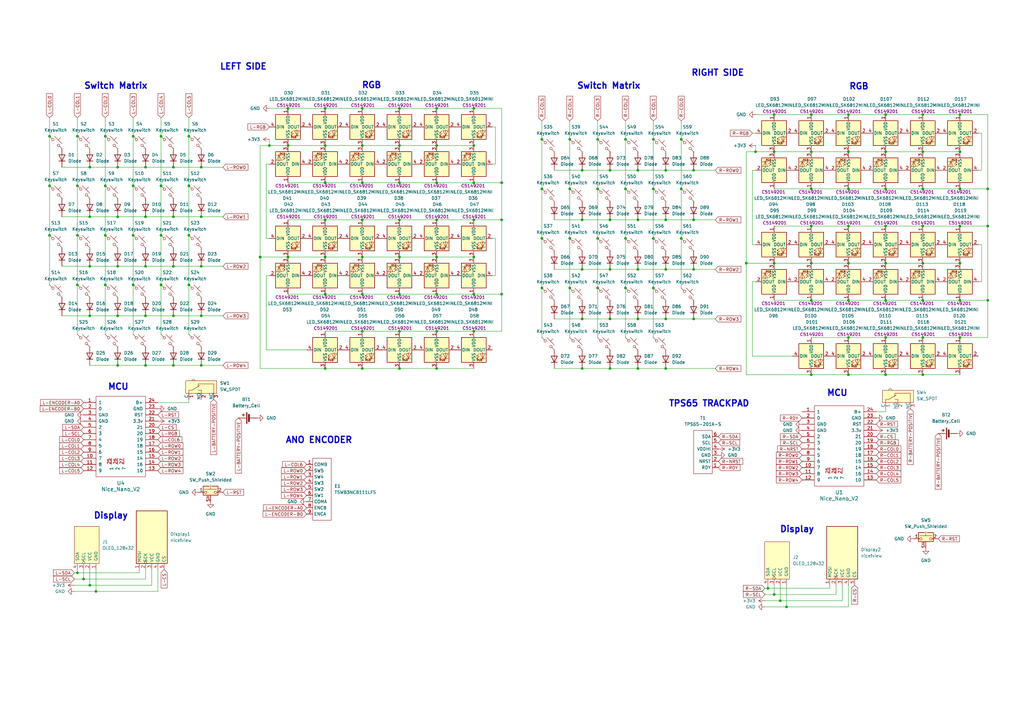
<source format=kicad_sch>
(kicad_sch (version 20250114) (generator "eeschema") (generator_version "9.0")
  (paper "A3")
  (text "TPS65 TRACKPAD\n" (at 290.83 165.608 0) (effects (font (size 2.54 2.54) (thickness 0.508) (bold yes))))
  (text "Display\n" (at 45.466 211.582 0) (effects (font (size 2.54 2.54) (thickness 0.508) (bold yes))))
  (text "MCU" (at 48.514 158.75 0) (effects (font (size 2.54 2.54) (thickness 0.508) (bold yes))))
  (text "ANO ENCODER" (at 130.81 180.594 0) (effects (font (size 2.54 2.54) (thickness 0.508) (bold yes))))
  (text "RIGHT SIDE" (at 294.386 29.972 0) (effects (font (size 2.54 2.54) (thickness 0.508) (bold yes))))
  (text "Switch Matrix\n\n" (at 47.498 37.338 0) (effects (font (size 2.54 2.54) (thickness 0.508) (bold yes))))
  (text "RGB" (at 352.298 35.56 0) (effects (font (size 2.54 2.54) (thickness 0.508) (bold yes))))
  (text "MCU" (at 343.408 161.29 0) (effects (font (size 2.54 2.54) (thickness 0.508) (bold yes))))
  (text "Switch Matrix\n\n" (at 249.682 37.338 0) (effects (font (size 2.54 2.54) (thickness 0.508) (bold yes))))
  (text "LEFT SIDE" (at 99.822 27.432 0) (effects (font (size 2.54 2.54) (thickness 0.508) (bold yes))))
  (text "RGB" (at 152.4 35.052 0) (effects (font (size 2.54 2.54) (thickness 0.508) (bold yes))))
  (text "Display\n" (at 326.898 217.17 0) (effects (font (size 2.54 2.54) (thickness 0.508) (bold yes))))
  (junction (at 66.04 76.2))
  (junction (at 347.98 92.71))
  (junction (at 233.68 77.47))
  (junction (at 39.37 242.57))
  (junction (at 363.22 138.43))
  (junction (at 54.61 116.84))
  (junction (at 238.76 69.85))
  (junction (at 256.54 57.15))
  (junction (at 77.47 76.2))
  (junction (at 267.97 97.79))
  (junction (at 36.83 68.58))
  (junction (at 314.96 241.3))
  (junction (at 347.98 138.43))
  (junction (at 405.13 123.19))
  (junction (at 393.7 77.47))
  (junction (at 347.98 153.67))
  (junction (at 148.59 90.17))
  (junction (at 238.76 90.17))
  (junction (at 332.74 153.67))
  (junction (at 54.61 96.52))
  (junction (at 250.19 69.85))
  (junction (at 194.31 105.41))
  (junction (at 261.62 69.85))
  (junction (at 205.74 120.65))
  (junction (at 322.58 248.92))
  (junction (at 256.54 97.79))
  (junction (at 48.26 88.9))
  (junction (at 133.35 120.65))
  (junction (at 363.22 107.95))
  (junction (at 320.04 246.38))
  (junction (at 118.11 44.45))
  (junction (at 205.74 74.93))
  (junction (at 48.26 149.86))
  (junction (at 148.59 74.93))
  (junction (at 250.19 151.13))
  (junction (at 233.68 57.15))
  (junction (at 378.46 46.99))
  (junction (at 179.07 74.93))
  (junction (at 378.46 123.19))
  (junction (at 77.47 96.52))
  (junction (at 233.68 118.11))
  (junction (at 250.19 130.81))
  (junction (at 378.46 92.71))
  (junction (at 332.74 107.95))
  (junction (at 179.07 135.89))
  (junction (at 250.19 110.49))
  (junction (at 347.98 62.23))
  (junction (at 256.54 77.47))
  (junction (at 77.47 116.84))
  (junction (at 284.48 90.17))
  (junction (at 179.07 105.41))
  (junction (at 179.07 90.17))
  (junction (at 54.61 55.88))
  (junction (at 133.35 151.13))
  (junction (at 393.7 123.19))
  (junction (at 317.5 46.99))
  (junction (at 273.05 69.85))
  (junction (at 273.05 130.81))
  (junction (at 205.74 90.17))
  (junction (at 245.11 77.47))
  (junction (at 261.62 151.13))
  (junction (at 378.46 62.23))
  (junction (at 163.83 59.69))
  (junction (at 405.13 92.71))
  (junction (at 179.07 44.45))
  (junction (at 393.7 62.23))
  (junction (at 250.19 90.17))
  (junction (at 163.83 44.45))
  (junction (at 317.5 243.84))
  (junction (at 148.59 120.65))
  (junction (at 118.11 59.69))
  (junction (at 20.32 76.2))
  (junction (at 363.22 123.19))
  (junction (at 59.69 68.58))
  (junction (at 194.31 90.17))
  (junction (at 261.62 110.49))
  (junction (at 347.98 123.19))
  (junction (at 245.11 57.15))
  (junction (at 34.29 237.49))
  (junction (at 393.7 138.43))
  (junction (at 110.49 59.69))
  (junction (at 363.22 153.67))
  (junction (at 163.83 120.65))
  (junction (at 378.46 153.67))
  (junction (at 261.62 90.17))
  (junction (at 347.98 107.95))
  (junction (at 306.07 107.95))
  (junction (at 309.88 62.23))
  (junction (at 378.46 138.43))
  (junction (at 194.31 120.65))
  (junction (at 163.83 151.13))
  (junction (at 36.83 109.22))
  (junction (at 194.31 74.93))
  (junction (at 245.11 97.79))
  (junction (at 48.26 68.58))
  (junction (at 48.26 109.22))
  (junction (at 133.35 105.41))
  (junction (at 233.68 97.79))
  (junction (at 194.31 59.69))
  (junction (at 59.69 88.9))
  (junction (at 133.35 90.17))
  (junction (at 267.97 57.15))
  (junction (at 347.98 77.47))
  (junction (at 393.7 92.71))
  (junction (at 20.32 96.52))
  (junction (at 133.35 44.45))
  (junction (at 66.04 55.88))
  (junction (at 332.74 123.19))
  (junction (at 36.83 129.54))
  (junction (at 405.13 77.47))
  (junction (at 82.55 88.9))
  (junction (at 163.83 105.41))
  (junction (at 393.7 46.99))
  (junction (at 261.62 130.81))
  (junction (at 194.31 44.45))
  (junction (at 363.22 46.99))
  (junction (at 59.69 129.54))
  (junction (at 179.07 151.13))
  (junction (at 71.12 129.54))
  (junction (at 71.12 68.58))
  (junction (at 48.26 129.54))
  (junction (at 245.11 118.11))
  (junction (at 267.97 118.11))
  (junction (at 148.59 135.89))
  (junction (at 273.05 151.13))
  (junction (at 31.75 76.2))
  (junction (at 222.25 118.11))
  (junction (at 133.35 74.93))
  (junction (at 43.18 116.84))
  (junction (at 77.47 55.88))
  (junction (at 82.55 109.22))
  (junction (at 148.59 59.69))
  (junction (at 256.54 118.11))
  (junction (at 179.07 59.69))
  (junction (at 363.22 62.23))
  (junction (at 222.25 57.15))
  (junction (at 54.61 76.2))
  (junction (at 332.74 46.99))
  (junction (at 273.05 90.17))
  (junction (at 279.4 77.47))
  (junction (at 66.04 116.84))
  (junction (at 284.48 69.85))
  (junction (at 148.59 44.45))
  (junction (at 267.97 77.47))
  (junction (at 378.46 77.47))
  (junction (at 279.4 57.15))
  (junction (at 273.05 110.49))
  (junction (at 163.83 90.17))
  (junction (at 284.48 110.49))
  (junction (at 31.75 116.84))
  (junction (at 20.32 55.88))
  (junction (at 59.69 149.86))
  (junction (at 133.35 59.69))
  (junction (at 194.31 135.89))
  (junction (at 238.76 110.49))
  (junction (at 332.74 92.71))
  (junction (at 363.22 77.47))
  (junction (at 238.76 151.13))
  (junction (at 363.22 92.71))
  (junction (at 332.74 77.47))
  (junction (at 66.04 96.52))
  (junction (at 31.75 96.52))
  (junction (at 378.46 107.95))
  (junction (at 31.75 55.88))
  (junction (at 284.48 130.81))
  (junction (at 43.18 55.88))
  (junction (at 36.83 88.9))
  (junction (at 36.83 240.03))
  (junction (at 347.98 46.99))
  (junction (at 222.25 77.47))
  (junction (at 82.55 149.86))
  (junction (at 148.59 151.13))
  (junction (at 43.18 96.52))
  (junction (at 332.74 62.23))
  (junction (at 279.4 97.79))
  (junction (at 106.68 105.41))
  (junction (at 59.69 109.22))
  (junction (at 71.12 109.22))
  (junction (at 71.12 149.86))
  (junction (at 71.12 88.9))
  (junction (at 317.5 107.95))
  (junction (at 163.83 135.89))
  (junction (at 163.83 74.93))
  (junction (at 238.76 130.81))
  (junction (at 31.75 234.95))
  (junction (at 179.07 120.65))
  (junction (at 317.5 62.23))
  (junction (at 82.55 129.54))
  (junction (at 393.7 107.95))
  (junction (at 148.59 105.41))
  (junction (at 82.55 68.58))
  (junction (at 118.11 105.41))
  (junction (at 222.25 97.79))
  (junction (at 43.18 76.2))
  (wire (pts (xy 77.47 76.2) (xy 77.47 96.52)))
  (wire (pts (xy 378.46 153.67) (xy 393.7 153.67)))
  (wire (pts (xy 273.05 130.81) (xy 284.48 130.81)))
  (wire (pts (xy 402.59 115.57) (xy 401.32 115.57)))
  (wire (pts (xy 317.5 107.95) (xy 306.07 107.95)))
  (wire (pts (xy 347.98 77.47) (xy 332.74 77.47)))
  (wire (pts (xy 110.49 113.03) (xy 109.22 113.03)))
  (wire (pts (xy 261.62 90.17) (xy 273.05 90.17)))
  (wire (pts (xy 245.11 97.79) (xy 245.11 118.11)))
  (wire (pts (xy 205.74 44.45) (xy 205.74 74.93)))
  (wire (pts (xy 148.59 74.93) (xy 133.35 74.93)))
  (wire (pts (xy 91.44 149.86) (xy 82.55 149.86)))
  (wire (pts (xy 43.18 55.88) (xy 43.18 76.2)))
  (wire (pts (xy 54.61 76.2) (xy 54.61 96.52)))
  (wire (pts (xy 363.22 62.23) (xy 378.46 62.23)))
  (wire (pts (xy 20.32 96.52) (xy 20.32 116.84)))
  (wire (pts (xy 148.59 135.89) (xy 163.83 135.89)))
  (wire (pts (xy 250.19 130.81) (xy 261.62 130.81)))
  (wire (pts (xy 405.13 46.99) (xy 405.13 77.47)))
  (wire (pts (xy 378.46 77.47) (xy 363.22 77.47)))
  (wire (pts (xy 393.7 77.47) (xy 378.46 77.47)))
  (wire (pts (xy 91.44 109.22) (xy 82.55 109.22)))
  (wire (pts (xy 363.22 138.43) (xy 378.46 138.43)))
  (wire (pts (xy 378.46 62.23) (xy 393.7 62.23)))
  (wire (pts (xy 59.69 149.86) (xy 71.12 149.86)))
  (wire (pts (xy 71.12 68.58) (xy 82.55 68.58)))
  (wire (pts (xy 133.35 135.89) (xy 148.59 135.89)))
  (wire (pts (xy 109.22 97.79) (xy 110.49 97.79)))
  (wire (pts (xy 133.35 151.13) (xy 148.59 151.13)))
  (wire (pts (xy 179.07 44.45) (xy 194.31 44.45)))
  (wire (pts (xy 43.18 76.2) (xy 43.18 96.52)))
  (wire (pts (xy 109.22 67.31) (xy 110.49 67.31)))
  (wire (pts (xy 222.25 97.79) (xy 222.25 118.11)))
  (wire (pts (xy 179.07 120.65) (xy 163.83 120.65)))
  (wire (pts (xy 163.83 105.41) (xy 148.59 105.41)))
  (wire (pts (xy 163.83 74.93) (xy 148.59 74.93)))
  (wire (pts (xy 133.35 105.41) (xy 118.11 105.41)))
  (wire (pts (xy 194.31 74.93) (xy 205.74 74.93)))
  (wire (pts (xy 402.59 54.61) (xy 402.59 69.85)))
  (wire (pts (xy 205.74 90.17) (xy 205.74 120.65)))
  (wire (pts (xy 245.11 118.11) (xy 245.11 138.43)))
  (wire (pts (xy 233.68 57.15) (xy 233.68 77.47)))
  (wire (pts (xy 306.07 62.23) (xy 309.88 62.23)))
  (wire (pts (xy 43.18 96.52) (xy 43.18 116.84)))
  (wire (pts (xy 133.35 90.17) (xy 148.59 90.17)))
  (wire (pts (xy 205.74 74.93) (xy 205.74 90.17)))
  (wire (pts (xy 261.62 151.13) (xy 273.05 151.13)))
  (wire (pts (xy 194.31 120.65) (xy 179.07 120.65)))
  (wire (pts (xy 31.75 48.26) (xy 31.75 55.88)))
  (wire (pts (xy 148.59 105.41) (xy 133.35 105.41)))
  (wire (pts (xy 233.68 49.53) (xy 233.68 57.15)))
  (wire (pts (xy 227.33 90.17) (xy 238.76 90.17)))
  (wire (pts (xy 43.18 48.26) (xy 43.18 55.88)))
  (wire (pts (xy 25.4 129.54) (xy 36.83 129.54)))
  (wire (pts (xy 205.74 135.89) (xy 194.31 135.89)))
  (wire (pts (xy 227.33 151.13) (xy 238.76 151.13)))
  (wire (pts (xy 363.22 168.91) (xy 363.22 167.64)))
  (wire (pts (xy 91.44 129.54) (xy 82.55 129.54)))
  (wire (pts (xy 110.49 57.15) (xy 110.49 59.69)))
  (wire (pts (xy 347.98 138.43) (xy 363.22 138.43)))
  (wire (pts (xy 293.37 90.17) (xy 284.48 90.17)))
  (wire (pts (xy 57.15 233.68) (xy 57.15 234.95)))
  (wire (pts (xy 308.61 69.85) (xy 309.88 69.85)))
  (wire (pts (xy 250.19 151.13) (xy 261.62 151.13)))
  (wire (pts (xy 308.61 69.85) (xy 308.61 100.33)))
  (wire (pts (xy 194.31 105.41) (xy 179.07 105.41)))
  (wire (pts (xy 245.11 57.15) (xy 245.11 77.47)))
  (wire (pts (xy 43.18 116.84) (xy 43.18 137.16)))
  (wire (pts (xy 256.54 118.11) (xy 256.54 138.43)))
  (wire (pts (xy 347.98 92.71) (xy 363.22 92.71)))
  (wire (pts (xy 279.4 57.15) (xy 279.4 77.47)))
  (wire (pts (xy 342.9 243.84) (xy 342.9 240.03)))
  (wire (pts (xy 133.35 44.45) (xy 148.59 44.45)))
  (wire (pts (xy 378.46 46.99) (xy 393.7 46.99)))
  (wire (pts (xy 340.36 240.03) (xy 340.36 241.3)))
  (wire (pts (xy 133.35 151.13) (xy 106.68 151.13)))
  (wire (pts (xy 48.26 109.22) (xy 59.69 109.22)))
  (wire (pts (xy 163.83 59.69) (xy 179.07 59.69)))
  (wire (pts (xy 82.55 68.58) (xy 91.44 68.58)))
  (wire (pts (xy 203.2 97.79) (xy 203.2 113.03)))
  (wire (pts (xy 233.68 77.47) (xy 233.68 97.79)))
  (wire (pts (xy 393.7 46.99) (xy 405.13 46.99)))
  (wire (pts (xy 148.59 151.13) (xy 163.83 151.13)))
  (wire (pts (xy 238.76 110.49) (xy 250.19 110.49)))
  (wire (pts (xy 30.48 240.03) (xy 36.83 240.03)))
  (wire (pts (xy 163.83 151.13) (xy 179.07 151.13)))
  (wire (pts (xy 148.59 44.45) (xy 163.83 44.45)))
  (wire (pts (xy 25.4 68.58) (xy 36.83 68.58)))
  (wire (pts (xy 179.07 90.17) (xy 194.31 90.17)))
  (wire (pts (xy 59.69 129.54) (xy 71.12 129.54)))
  (wire (pts (xy 77.47 116.84) (xy 77.47 137.16)))
  (wire (pts (xy 378.46 138.43) (xy 393.7 138.43)))
  (wire (pts (xy 25.4 109.22) (xy 36.83 109.22)))
  (wire (pts (xy 363.22 92.71) (xy 378.46 92.71)))
  (wire (pts (xy 31.75 76.2) (xy 31.75 96.52)))
  (wire (pts (xy 163.83 90.17) (xy 179.07 90.17)))
  (wire (pts (xy 250.19 110.49) (xy 261.62 110.49)))
  (wire (pts (xy 347.98 62.23) (xy 332.74 62.23)))
  (wire (pts (xy 332.74 138.43) (xy 347.98 138.43)))
  (wire (pts (xy 36.83 68.58) (xy 48.26 68.58)))
  (wire (pts (xy 54.61 48.26) (xy 54.61 55.88)))
  (wire (pts (xy 317.5 46.99) (xy 332.74 46.99)))
  (wire (pts (xy 261.62 130.81) (xy 273.05 130.81)))
  (wire (pts (xy 106.68 105.41) (xy 106.68 59.69)))
  (wire (pts (xy 401.32 100.33) (xy 402.59 100.33)))
  (wire (pts (xy 332.74 123.19) (xy 317.5 123.19)))
  (wire (pts (xy 77.47 165.1) (xy 77.47 163.83)))
  (wire (pts (xy 250.19 90.17) (xy 261.62 90.17)))
  (wire (pts (xy 194.31 120.65) (xy 205.74 120.65)))
  (wire (pts (xy 106.68 59.69) (xy 110.49 59.69)))
  (wire (pts (xy 34.29 237.49) (xy 59.69 237.49)))
  (wire (pts (xy 30.48 234.95) (xy 31.75 234.95)))
  (wire (pts (xy 66.04 48.26) (xy 66.04 55.88)))
  (wire (pts (xy 308.61 115.57) (xy 308.61 146.05)))
  (wire (pts (xy 179.07 59.69) (xy 194.31 59.69)))
  (wire (pts (xy 320.04 246.38) (xy 345.44 246.38)))
  (wire (pts (xy 205.74 90.17) (xy 194.31 90.17)))
  (wire (pts (xy 48.26 88.9) (xy 59.69 88.9)))
  (wire (pts (xy 36.83 129.54) (xy 48.26 129.54)))
  (wire (pts (xy 71.12 109.22) (xy 82.55 109.22)))
  (wire (pts (xy 148.59 120.65) (xy 133.35 120.65)))
  (wire (pts (xy 163.83 120.65) (xy 148.59 120.65)))
  (wire (pts (xy 347.98 62.23) (xy 363.22 62.23)))
  (wire (pts (xy 36.83 149.86) (xy 48.26 149.86)))
  (wire (pts (xy 238.76 90.17) (xy 250.19 90.17)))
  (wire (pts (xy 179.07 74.93) (xy 163.83 74.93)))
  (wire (pts (xy 317.5 243.84) (xy 342.9 243.84)))
  (wire (pts (xy 267.97 118.11) (xy 267.97 138.43)))
  (wire (pts (xy 267.97 57.15) (xy 267.97 77.47)))
  (wire (pts (xy 222.25 118.11) (xy 222.25 138.43)))
  (wire (pts (xy 31.75 233.68) (xy 31.75 234.95)))
  (wire (pts (xy 347.98 240.03) (xy 347.98 248.92)))
  (wire (pts (xy 163.83 105.41) (xy 179.07 105.41)))
  (wire (pts (xy 25.4 88.9) (xy 36.83 88.9)))
  (wire (pts (xy 273.05 110.49) (xy 284.48 110.49)))
  (wire (pts (xy 363.22 123.19) (xy 347.98 123.19)))
  (wire (pts (xy 402.59 54.61) (xy 401.32 54.61)))
  (wire (pts (xy 317.5 240.03) (xy 317.5 243.84)))
  (wire (pts (xy 393.7 77.47) (xy 405.13 77.47)))
  (wire (pts (xy 332.74 107.95) (xy 317.5 107.95)))
  (wire (pts (xy 39.37 242.57) (xy 39.37 233.68)))
  (wire (pts (xy 306.07 107.95) (xy 306.07 62.23)))
  (wire (pts (xy 30.48 237.49) (xy 34.29 237.49)))
  (wire (pts (xy 36.83 109.22) (xy 48.26 109.22)))
  (wire (pts (xy 267.97 97.79) (xy 267.97 118.11)))
  (wire (pts (xy 194.31 74.93) (xy 179.07 74.93)))
  (wire (pts (xy 250.19 69.85) (xy 261.62 69.85)))
  (wire (pts (xy 59.69 88.9) (xy 71.12 88.9)))
  (wire (pts (xy 179.07 151.13) (xy 194.31 151.13)))
  (wire (pts (xy 222.25 57.15) (xy 222.25 77.47)))
  (wire (pts (xy 322.58 248.92) (xy 322.58 240.03)))
  (wire (pts (xy 36.83 88.9) (xy 48.26 88.9)))
  (wire (pts (xy 233.68 97.79) (xy 233.68 118.11)))
  (wire (pts (xy 71.12 129.54) (xy 82.55 129.54)))
  (wire (pts (xy 405.13 92.71) (xy 405.13 123.19)))
  (wire (pts (xy 273.05 69.85) (xy 284.48 69.85)))
  (wire (pts (xy 320.04 240.03) (xy 320.04 246.38)))
  (wire (pts (xy 77.47 96.52) (xy 77.47 116.84)))
  (wire (pts (xy 238.76 69.85) (xy 250.19 69.85)))
  (wire (pts (xy 31.75 96.52) (xy 31.75 116.84)))
  (wire (pts (xy 109.22 113.03) (xy 109.22 143.51)))
  (wire (pts (xy 347.98 46.99) (xy 363.22 46.99)))
  (wire (pts (xy 402.59 69.85) (xy 401.32 69.85)))
  (wire (pts (xy 148.59 59.69) (xy 163.83 59.69)))
  (wire (pts (xy 31.75 116.84) (xy 31.75 137.16)))
  (wire (pts (xy 309.88 59.69) (xy 309.88 62.23)))
  (wire (pts (xy 66.04 96.52) (xy 66.04 116.84)))
  (wire (pts (xy 64.77 233.68) (xy 64.77 242.57)))
  (wire (pts (xy 36.83 233.68) (xy 36.83 240.03)))
  (wire (pts (xy 345.44 246.38) (xy 345.44 240.03)))
  (wire (pts (xy 201.93 97.79) (xy 203.2 97.79)))
  (wire (pts (xy 205.74 120.65) (xy 205.74 135.89)))
  (wire (pts (xy 59.69 109.22) (xy 71.12 109.22)))
  (wire (pts (xy 340.36 241.3) (xy 314.96 241.3)))
  (wire (pts (xy 34.29 233.68) (xy 34.29 237.49)))
  (wire (pts (xy 347.98 153.67) (xy 363.22 153.67)))
  (wire (pts (xy 48.26 129.54) (xy 59.69 129.54)))
  (wire (pts (xy 317.5 62.23) (xy 332.74 62.23)))
  (wire (pts (xy 64.77 242.57) (xy 39.37 242.57)))
  (wire (pts (xy 405.13 92.71) (xy 393.7 92.71)))
  (wire (pts (xy 203.2 113.03) (xy 201.93 113.03)))
  (wire (pts (xy 203.2 67.31) (xy 201.93 67.31)))
  (wire (pts (xy 267.97 49.53) (xy 267.97 57.15)))
  (wire (pts (xy 363.22 46.99) (xy 378.46 46.99)))
  (wire (pts (xy 62.23 240.03) (xy 62.23 233.68)))
  (wire (pts (xy 279.4 77.47) (xy 279.4 97.79)))
  (wire (pts (xy 378.46 123.19) (xy 363.22 123.19)))
  (wire (pts (xy 332.74 92.71) (xy 347.98 92.71)))
  (wire (pts (xy 106.68 105.41) (xy 106.68 151.13)))
  (wire (pts (xy 313.69 243.84) (xy 317.5 243.84)))
  (wire (pts (xy 261.62 110.49) (xy 273.05 110.49)))
  (wire (pts (xy 238.76 130.81) (xy 250.19 130.81)))
  (wire (pts (xy 256.54 57.15) (xy 256.54 77.47)))
  (wire (pts (xy 309.88 115.57) (xy 308.61 115.57)))
  (wire (pts (xy 59.69 68.58) (xy 71.12 68.58)))
  (wire (pts (xy 256.54 49.53) (xy 256.54 57.15)))
  (wire (pts (xy 203.2 52.07) (xy 201.93 52.07)))
  (wire (pts (xy 267.97 77.47) (xy 267.97 97.79)))
  (wire (pts (xy 306.07 107.95) (xy 306.07 153.67)))
  (wire (pts (xy 64.77 165.1) (xy 77.47 165.1)))
  (wire (pts (xy 91.44 88.9) (xy 82.55 88.9)))
  (wire (pts (xy 118.11 59.69) (xy 133.35 59.69)))
  (wire (pts (xy 110.49 44.45) (xy 118.11 44.45)))
  (wire (pts (xy 284.48 69.85) (xy 293.37 69.85)))
  (wire (pts (xy 347.98 107.95) (xy 332.74 107.95)))
  (wire (pts (xy 309.88 46.99) (xy 317.5 46.99)))
  (wire (pts (xy 118.11 90.17) (xy 133.35 90.17)))
  (wire (pts (xy 256.54 97.79) (xy 256.54 118.11)))
  (wire (pts (xy 133.35 74.93) (xy 118.11 74.93)))
  (wire (pts (xy 118.11 44.45) (xy 133.35 44.45)))
  (wire (pts (xy 148.59 59.69) (xy 133.35 59.69)))
  (wire (pts (xy 20.32 48.26) (xy 20.32 55.88)))
  (wire (pts (xy 194.31 44.45) (xy 205.74 44.45)))
  (wire (pts (xy 393.7 123.19) (xy 378.46 123.19)))
  (wire (pts (xy 148.59 90.17) (xy 163.83 90.17)))
  (wire (pts (xy 54.61 96.52) (xy 54.61 116.84)))
  (wire (pts (xy 222.25 77.47) (xy 222.25 97.79)))
  (wire (pts (xy 378.46 92.71) (xy 393.7 92.71)))
  (wire (pts (xy 261.62 69.85) (xy 273.05 69.85)))
  (wire (pts (xy 313.69 248.92) (xy 322.58 248.92)))
  (wire (pts (xy 59.69 237.49) (xy 59.69 233.68)))
  (wire (pts (xy 66.04 76.2) (xy 66.04 96.52)))
  (wire (pts (xy 393.7 123.19) (xy 405.13 123.19)))
  (wire (pts (xy 293.37 130.81) (xy 284.48 130.81)))
  (wire (pts (xy 405.13 138.43) (xy 393.7 138.43)))
  (wire (pts (xy 405.13 77.47) (xy 405.13 92.71)))
  (wire (pts (xy 308.61 100.33) (xy 309.88 100.33)))
  (wire (pts (xy 227.33 69.85) (xy 238.76 69.85)))
  (wire (pts (xy 245.11 49.53) (xy 245.11 57.15)))
  (wire (pts (xy 163.83 44.45) (xy 179.07 44.45)))
  (wire (pts (xy 363.22 77.47) (xy 347.98 77.47)))
  (wire (pts (xy 256.54 77.47) (xy 256.54 97.79)))
  (wire (pts (xy 48.26 149.86) (xy 59.69 149.86)))
  (wire (pts (xy 36.83 240.03) (xy 62.23 240.03)))
  (wire (pts (xy 233.68 118.11) (xy 233.68 138.43)))
  (wire (pts (xy 20.32 76.2) (xy 20.32 96.52)))
  (wire (pts (xy 227.33 130.81) (xy 238.76 130.81)))
  (wire (pts (xy 20.32 55.88) (xy 20.32 76.2)))
  (wire (pts (xy 48.26 68.58) (xy 59.69 68.58)))
  (wire (pts (xy 363.22 153.67) (xy 378.46 153.67)))
  (wire (pts (xy 313.69 241.3) (xy 314.96 241.3)))
  (wire (pts (xy 77.47 48.26) (xy 77.47 55.88)))
  (wire (pts (xy 279.4 49.53) (xy 279.4 57.15)))
  (wire (pts (xy 332.74 77.47) (xy 317.5 77.47)))
  (wire (pts (xy 77.47 55.88) (xy 77.47 76.2)))
  (wire (pts (xy 309.88 62.23) (xy 317.5 62.23)))
  (wire (pts (xy 317.5 92.71) (xy 332.74 92.71)))
  (wire (pts (xy 66.04 55.88) (xy 66.04 76.2)))
  (wire (pts (xy 71.12 149.86) (xy 82.55 149.86)))
  (wire (pts (xy 309.88 54.61) (xy 308.61 54.61)))
  (wire (pts (xy 245.11 77.47) (xy 245.11 97.79)))
  (wire (pts (xy 31.75 55.88) (xy 31.75 76.2)))
  (wire (pts (xy 57.15 234.95) (xy 31.75 234.95)))
  (wire (pts (xy 133.35 120.65) (xy 118.11 120.65)))
  (wire (pts (xy 308.61 146.05) (xy 325.12 146.05)))
  (wire (pts (xy 110.49 59.69) (xy 118.11 59.69)))
  (wire (pts (xy 347.98 248.92) (xy 322.58 248.92)))
  (wire (pts (xy 71.12 88.9) (xy 82.55 88.9)))
  (wire (pts (xy 118.11 105.41) (xy 106.68 105.41)))
  (wire (pts (xy 405.13 123.19) (xy 405.13 138.43)))
  (wire (pts (xy 359.41 168.91) (xy 363.22 168.91)))
  (wire (pts (xy 238.76 151.13) (xy 250.19 151.13)))
  (wire (pts (xy 203.2 52.07) (xy 203.2 67.31)))
  (wire (pts (xy 314.96 240.03) (xy 314.96 241.3)))
  (wire (pts (xy 179.07 135.89) (xy 194.31 135.89)))
  (wire (pts (xy 66.04 116.84) (xy 66.04 137.16)))
  (wire (pts (xy 273.05 90.17) (xy 284.48 90.17)))
  (wire (pts (xy 332.74 153.67) (xy 347.98 153.67)))
  (wire (pts (xy 332.74 153.67) (xy 306.07 153.67)))
  (wire (pts (xy 393.7 107.95) (xy 378.46 107.95)))
  (wire (pts (xy 363.22 107.95) (xy 378.46 107.95)))
  (wire (pts (xy 279.4 97.79) (xy 279.4 118.11)))
  (wire (pts (xy 54.61 55.88) (xy 54.61 76.2)))
  (wire (pts (xy 347.98 123.19) (xy 332.74 123.19)))
  (wire (pts (xy 332.74 46.99) (xy 347.98 46.99)))
  (wire (pts (xy 109.22 67.31) (xy 109.22 97.79)))
  (wire (pts (xy 30.48 242.57) (xy 39.37 242.57)))
  (wire (pts (xy 402.59 100.33) (xy 402.59 115.57)))
  (wire (pts (xy 293.37 151.13) (xy 273.05 151.13)))
  (wire (pts (xy 54.61 116.84) (xy 54.61 137.16)))
  (wire (pts (xy 313.69 246.38) (xy 320.04 246.38)))
  (wire (pts (xy 293.37 110.49) (xy 284.48 110.49)))
  (wire (pts (xy 163.83 135.89) (xy 179.07 135.89)))
  (wire (pts (xy 363.22 107.95) (xy 347.98 107.95)))
  (wire (pts (xy 109.22 143.51) (xy 125.73 143.51)))
  (wire (pts (xy 222.25 49.53) (xy 222.25 57.15)))
  (wire (pts (xy 227.33 110.49) (xy 238.76 110.49)))
  (global_label "L-ROW1" (shape input) (at 64.77 185.42 0) (property "Intersheetrefs" "${INTERSHEET_REFS}" (effects (hide yes))))
  (global_label "L-COL2" (shape input) (at 43.18 48.26 90) (property "Intersheetrefs" "${INTERSHEET_REFS}" (effects (hide yes))))
  (global_label "R-COL5" (shape input) (at 359.41 196.85 0) (property "Intersheetrefs" "${INTERSHEET_REFS}" (effects (hide yes))))
  (global_label "R-BATTERY-POSITIVE" (shape input) (at 384.81 177.8 270) (property "Intersheetrefs" "${INTERSHEET_REFS}" (effects (hide yes))))
  (global_label "L-RGB" (shape input) (at 64.77 177.8 0) (property "Intersheetrefs" "${INTERSHEET_REFS}" (effects (hide yes))))
  (global_label "R-COL2" (shape input) (at 359.41 189.23 0) (property "Intersheetrefs" "${INTERSHEET_REFS}" (effects (hide yes))))
  (global_label "L-ROW3" (shape input) (at 64.77 190.5 0) (property "Intersheetrefs" "${INTERSHEET_REFS}" (effects (hide yes))))
  (global_label "L-ROW2" (shape input) (at 125.73 198.12 180) (property "Intersheetrefs" "${INTERSHEET_REFS}" (effects (hide yes))))
  (global_label "L-RST" (shape input) (at 64.77 170.18 0) (property "Intersheetrefs" "${INTERSHEET_REFS}" (effects (hide yes))))
  (global_label "L-ENCODER-A0" (shape input) (at 125.73 208.28 180) (property "Intersheetrefs" "${INTERSHEET_REFS}" (effects (hide yes))))
  (global_label "R-ROW0" (shape input) (at 293.37 69.85 0) (property "Intersheetrefs" "${INTERSHEET_REFS}" (effects (hide yes))))
  (global_label "L-BATTERY-POSITIVE" (shape input) (at 87.63 163.83 270) (property "Intersheetrefs" "${INTERSHEET_REFS}" (effects (hide yes))))
  (global_label "R-SCL" (shape input) (at 313.69 243.84 180) (property "Intersheetrefs" "${INTERSHEET_REFS}" (effects (hide yes))))
  (global_label "L-ROW1" (shape input) (at 125.73 195.58 180) (property "Intersheetrefs" "${INTERSHEET_REFS}" (effects (hide yes))))
  (global_label "L-COL4" (shape input) (at 34.29 190.5 180) (property "Intersheetrefs" "${INTERSHEET_REFS}" (effects (hide yes))))
  (global_label "L-ROW4" (shape input) (at 91.44 149.86 0) (property "Intersheetrefs" "${INTERSHEET_REFS}" (effects (hide yes))))
  (global_label "L-SCL" (shape input) (at 30.48 237.49 180) (property "Intersheetrefs" "${INTERSHEET_REFS}" (effects (hide yes))))
  (global_label "L-RGB" (shape input) (at 110.49 52.07 180) (property "Intersheetrefs" "${INTERSHEET_REFS}" (effects (hide yes))))
  (global_label "R-RGB" (shape input) (at 308.61 54.61 180) (property "Intersheetrefs" "${INTERSHEET_REFS}" (effects (hide yes))))
  (global_label "R-NRST" (shape input) (at 328.93 184.15 180) (property "Intersheetrefs" "${INTERSHEET_REFS}" (effects (hide yes))))
  (global_label "L-ROW0" (shape input) (at 91.44 68.58 0) (property "Intersheetrefs" "${INTERSHEET_REFS}" (effects (hide yes))))
  (global_label "R-ROW3" (shape input) (at 328.93 194.31 180) (property "Intersheetrefs" "${INTERSHEET_REFS}" (effects (hide yes))))
  (global_label "L-ROW0" (shape input) (at 125.73 193.04 180) (property "Intersheetrefs" "${INTERSHEET_REFS}" (effects (hide yes))))
  (global_label "R-COL1" (shape input) (at 359.41 186.69 0) (property "Intersheetrefs" "${INTERSHEET_REFS}" (effects (hide yes))))
  (global_label "R-BATTERY-POSITIVE" (shape input) (at 373.38 167.64 270) (property "Intersheetrefs" "${INTERSHEET_REFS}" (effects (hide yes))))
  (global_label "R-COL0" (shape input) (at 279.4 49.53 90) (property "Intersheetrefs" "${INTERSHEET_REFS}" (effects (hide yes))))
  (global_label "L-COL5" (shape input) (at 34.29 193.04 180) (property "Intersheetrefs" "${INTERSHEET_REFS}" (effects (hide yes))))
  (global_label "R-ROW1" (shape input) (at 328.93 189.23 180) (property "Intersheetrefs" "${INTERSHEET_REFS}" (effects (hide yes))))
  (global_label "L-ROW4" (shape input) (at 64.77 193.04 0) (property "Intersheetrefs" "${INTERSHEET_REFS}" (effects (hide yes))))
  (global_label "L-ENCODER-B0" (shape input) (at 125.73 210.82 180) (property "Intersheetrefs" "${INTERSHEET_REFS}" (effects (hide yes))))
  (global_label "L-COL2" (shape input) (at 34.29 185.42 180) (property "Intersheetrefs" "${INTERSHEET_REFS}" (effects (hide yes))))
  (global_label "L-ROW2" (shape input) (at 91.44 109.22 0) (property "Intersheetrefs" "${INTERSHEET_REFS}" (effects (hide yes))))
  (global_label "R-CS" (shape input) (at 359.41 179.07 0) (property "Intersheetrefs" "${INTERSHEET_REFS}" (effects (hide yes))))
  (global_label "L-COL0" (shape input) (at 34.29 180.34 180) (property "Intersheetrefs" "${INTERSHEET_REFS}" (effects (hide yes))))
  (global_label "L-ROW4" (shape input) (at 125.73 203.2 180) (property "Intersheetrefs" "${INTERSHEET_REFS}" (effects (hide yes))))
  (global_label "L-ROW3" (shape input) (at 91.44 129.54 0) (property "Intersheetrefs" "${INTERSHEET_REFS}" (effects (hide yes))))
  (global_label "L-ROW3" (shape input) (at 125.73 200.66 180) (property "Intersheetrefs" "${INTERSHEET_REFS}" (effects (hide yes))))
  (global_label "R-SDA" (shape input) (at 313.69 241.3 180) (property "Intersheetrefs" "${INTERSHEET_REFS}" (effects (hide yes))))
  (global_label "L-SDA" (shape input) (at 30.48 234.95 180) (property "Intersheetrefs" "${INTERSHEET_REFS}" (effects (hide yes))))
  (global_label "R-ROW4" (shape input) (at 293.37 151.13 0) (property "Intersheetrefs" "${INTERSHEET_REFS}" (effects (hide yes))))
  (global_label "R-COL2" (shape input) (at 256.54 49.53 90) (property "Intersheetrefs" "${INTERSHEET_REFS}" (effects (hide yes))))
  (global_label "L-COL3" (shape input) (at 54.61 48.26 90) (property "Intersheetrefs" "${INTERSHEET_REFS}" (effects (hide yes))))
  (global_label "R-RST" (shape input) (at 384.81 220.98 0) (property "Intersheetrefs" "${INTERSHEET_REFS}" (effects (hide yes))))
  (global_label "R-SCL" (shape input) (at 294.64 181.61 0) (property "Intersheetrefs" "${INTERSHEET_REFS}" (effects (hide yes))))
  (global_label "R-COL0" (shape input) (at 359.41 184.15 0) (property "Intersheetrefs" "${INTERSHEET_REFS}" (effects (hide yes))))
  (global_label "R-COL4" (shape input) (at 233.68 49.53 90) (property "Intersheetrefs" "${INTERSHEET_REFS}" (effects (hide yes))))
  (global_label "L-COL1" (shape input) (at 34.29 182.88 180) (property "Intersheetrefs" "${INTERSHEET_REFS}" (effects (hide yes))))
  (global_label "L-COL0" (shape input) (at 20.32 48.26 90) (property "Intersheetrefs" "${INTERSHEET_REFS}" (effects (hide yes))))
  (global_label "R-ROW3" (shape input) (at 293.37 130.81 0) (property "Intersheetrefs" "${INTERSHEET_REFS}" (effects (hide yes))))
  (global_label "L-SCL" (shape input) (at 34.29 177.8 180) (property "Intersheetrefs" "${INTERSHEET_REFS}" (effects (hide yes))))
  (global_label "R-COL4" (shape input) (at 359.41 194.31 0) (property "Intersheetrefs" "${INTERSHEET_REFS}" (effects (hide yes))))
  (global_label "R-ROW2" (shape input) (at 328.93 191.77 180) (property "Intersheetrefs" "${INTERSHEET_REFS}" (effects (hide yes))))
  (global_label "R-CS" (shape input) (at 350.52 240.03 270) (property "Intersheetrefs" "${INTERSHEET_REFS}" (effects (hide yes))))
  (global_label "L-ENCODER-B0" (shape input) (at 34.29 167.64 180) (property "Intersheetrefs" "${INTERSHEET_REFS}" (effects (hide yes))))
  (global_label "L-COL6" (shape input) (at 125.73 190.5 180) (property "Intersheetrefs" "${INTERSHEET_REFS}" (effects (hide yes))))
  (global_label "R-ROW0" (shape input) (at 328.93 186.69 180) (property "Intersheetrefs" "${INTERSHEET_REFS}" (effects (hide yes))))
  (global_label "L-ROW1" (shape input) (at 91.44 88.9 0) (property "Intersheetrefs" "${INTERSHEET_REFS}" (effects (hide yes))))
  (global_label "R-SCL" (shape input) (at 328.93 181.61 180) (property "Intersheetrefs" "${INTERSHEET_REFS}" (effects (hide yes))))
  (global_label "R-ROW1" (shape input) (at 293.37 90.17 0) (property "Intersheetrefs" "${INTERSHEET_REFS}" (effects (hide yes))))
  (global_label "R-RST" (shape input) (at 359.41 173.99 0) (property "Intersheetrefs" "${INTERSHEET_REFS}" (effects (hide yes))))
  (global_label "L-COL3" (shape input) (at 34.29 187.96 180) (property "Intersheetrefs" "${INTERSHEET_REFS}" (effects (hide yes))))
  (global_label "L-COL1" (shape input) (at 31.75 48.26 90) (property "Intersheetrefs" "${INTERSHEET_REFS}" (effects (hide yes))))
  (global_label "R-ROW2" (shape input) (at 293.37 110.49 0) (property "Intersheetrefs" "${INTERSHEET_REFS}" (effects (hide yes))))
  (global_label "R-SDA" (shape input) (at 294.64 179.07 0) (property "Intersheetrefs" "${INTERSHEET_REFS}" (effects (hide yes))))
  (global_label "L-CS" (shape input) (at 64.77 175.26 0) (property "Intersheetrefs" "${INTERSHEET_REFS}" (effects (hide yes))))
  (global_label "L-COL5" (shape input) (at 77.47 48.26 90) (property "Intersheetrefs" "${INTERSHEET_REFS}" (effects (hide yes))))
  (global_label "R-ROW4" (shape input) (at 328.93 196.85 180) (property "Intersheetrefs" "${INTERSHEET_REFS}" (effects (hide yes))))
  (global_label "L-ENCODER-A0" (shape input) (at 34.29 165.1 180) (property "Intersheetrefs" "${INTERSHEET_REFS}" (effects (hide yes))))
  (global_label "R-COL1" (shape input) (at 267.97 49.53 90) (property "Intersheetrefs" "${INTERSHEET_REFS}" (effects (hide yes))))
  (global_label "R-SDA" (shape input) (at 328.93 179.07 180) (property "Intersheetrefs" "${INTERSHEET_REFS}" (effects (hide yes))))
  (global_label "L-COL4" (shape input) (at 66.04 48.26 90) (property "Intersheetrefs" "${INTERSHEET_REFS}" (effects (hide yes))))
  (global_label "R-RDY" (shape input) (at 328.93 171.45 180) (property "Intersheetrefs" "${INTERSHEET_REFS}" (effects (hide yes))))
  (global_label "R-RDY" (shape input) (at 294.64 191.77 0) (property "Intersheetrefs" "${INTERSHEET_REFS}" (effects (hide yes))))
  (global_label "R-COL3" (shape input) (at 359.41 191.77 0) (property "Intersheetrefs" "${INTERSHEET_REFS}" (effects (hide yes))))
  (global_label "R-COL3" (shape input) (at 245.11 49.53 90) (property "Intersheetrefs" "${INTERSHEET_REFS}" (effects (hide yes))))
  (global_label "L-ROW2" (shape input) (at 64.77 187.96 0) (property "Intersheetrefs" "${INTERSHEET_REFS}" (effects (hide yes))))
  (global_label "R-NRST" (shape input) (at 294.64 189.23 0) (property "Intersheetrefs" "${INTERSHEET_REFS}" (effects (hide yes))))
  (global_label "R-COL5" (shape input) (at 222.25 49.53 90) (property "Intersheetrefs" "${INTERSHEET_REFS}" (effects (hide yes))))
  (global_label "L-COL6" (shape input) (at 64.77 180.34 0) (property "Intersheetrefs" "${INTERSHEET_REFS}" (effects (hide yes))))
  (global_label "L-BATTERY-POSITIVE" (shape input) (at 97.79 171.45 270) (property "Intersheetrefs" "${INTERSHEET_REFS}" (effects (hide yes))))
  (global_label "L-RST" (shape input) (at 91.44 201.93 0) (property "Intersheetrefs" "${INTERSHEET_REFS}" (effects (hide yes))))
  (global_label "R-RGB" (shape input) (at 359.41 181.61 0) (property "Intersheetrefs" "${INTERSHEET_REFS}" (effects (hide yes))))
  (global_label "L-ROW0" (shape input) (at 64.77 182.88 0) (property "Intersheetrefs" "${INTERSHEET_REFS}" (effects (hide yes))))
  (global_label "L-CS" (shape input) (at 67.31 233.68 270) (property "Intersheetrefs" "${INTERSHEET_REFS}" (effects (hide yes))))
  (global_label "L-SDA" (shape input) (at 34.29 175.26 180) (property "Intersheetrefs" "${INTERSHEET_REFS}" (effects (hide yes))))
  (symbol (lib_id "ScottoKeebs:Placeholder_Keyswitch") (at 68.58 99.06 0) (unit 1)
    (property "Reference" "S21" (at 68.58 91.44 0))
    (property "Value" "Keyswitch" (at 68.58 93.98 0))
    (property "Description" "Push button switch, normally open, two pins, 45° tilted" (effects (hide yes)))
  )
  (symbol (lib_id "ScottoKeebs:LED_SK6812MINI") (at 163.83 52.07 0) (unit 1)
    (property "Reference" "D33" (at 164.084 38.1 0))
    (property "Value" "LED_SK6812MINI" (at 164.084 40.64 0))
    (property "Footprint" "ScottoKeebs_Components:LED_SK6812MINI" (effects (hide yes)))
    (property "Datasheet" "https://cdn-shop.adafruit.com/product-files/2686/SK6812MINI_REV.01-1-2.pdf" (effects (hide yes)))
    (property "Description" "RGB LED with integrated controller" (effects (hide yes)))
    (property "LCSC" "C5149201" (at 164.084 43.18 0))
  )
  (symbol (lib_id "ScottoKeebs:Placeholder_Diode") (at 227.33 106.68 90) (unit 1)
    (property "Reference" "D66" (at 229.87 105.4099 90) (effects (justify right)))
    (property "Value" "Diode" (at 229.87 107.9499 90) (effects (justify right)))
    (property "Footprint" "ScottoKeebs_Components:Diode_SOD-123" (effects (hide yes)))
    (property "Description" "1N4148 (DO-35) or 1N4148W (SOD-123)" (effects (hide yes)))
    (property "Sim.Device" "D" (effects (hide yes)))
    (property "Sim.Pins" "1=K 2=A" (effects (hide yes)))
  )
  (symbol (lib_id "ScottoKeebs:Placeholder_Diode") (at 48.26 64.77 90) (unit 1)
    (property "Reference" "D3" (at 50.8 63.4999 90) (effects (justify right)))
    (property "Value" "Diode" (at 50.8 66.0399 90) (effects (justify right)))
    (property "Footprint" "ScottoKeebs_Components:Diode_SOD-123" (effects (hide yes)))
    (property "Description" "1N4148 (DO-35) or 1N4148W (SOD-123)" (effects (hide yes)))
    (property "Sim.Device" "D" (effects (hide yes)))
    (property "Sim.Pins" "1=K 2=A" (effects (hide yes)))
  )
  (symbol (lib_id "ScottoKeebs:Placeholder_Keyswitch") (at 45.72 99.06 0) (unit 1)
    (property "Reference" "S17" (at 45.72 91.44 0))
    (property "Value" "Keyswitch" (at 45.72 93.98 0))
    (property "Description" "Push button switch, normally open, two pins, 45° tilted" (effects (hide yes)))
  )
  (symbol (lib_id "ScottoKeebs:LED_SK6812MINI") (at 133.35 97.79 0) (unit 1)
    (property "Reference" "D43" (at 133.604 83.82 0))
    (property "Value" "LED_SK6812MINI" (at 133.604 86.36 0))
    (property "Footprint" "ScottoKeebs_Components:LED_SK6812MINI" (effects (hide yes)))
    (property "Datasheet" "https://cdn-shop.adafruit.com/product-files/2686/SK6812MINI_REV.01-1-2.pdf" (effects (hide yes)))
    (property "Description" "RGB LED with integrated controller" (effects (hide yes)))
    (property "LCSC" "C5149201" (at 133.604 88.9 0))
  )
  (symbol (lib_id "ScottoKeebs:Placeholder_Keyswitch") (at 22.86 58.42 0) (unit 1)
    (property "Reference" "S1" (at 22.86 50.8 0))
    (property "Value" "Keyswitch" (at 22.86 53.34 0))
    (property "Description" "Push button switch, normally open, two pins, 45° tilted" (effects (hide yes)))
  )
  (symbol (lib_id "ScottoKeebs:Placeholder_Keyswitch") (at 259.08 59.69 0) (unit 1)
    (property "Reference" "S49" (at 259.08 52.07 0))
    (property "Value" "Keyswitch" (at 259.08 54.61 0))
    (property "Description" "Push button switch, normally open, two pins, 45° tilted" (effects (hide yes)))
  )
  (symbol (lib_id "ScottoKeebs:LED_SK6812MINI") (at 194.31 52.07 0) (unit 1)
    (property "Reference" "D35" (at 194.564 38.1 0))
    (property "Value" "LED_SK6812MINI" (at 194.564 40.64 0))
    (property "Footprint" "ScottoKeebs_Components:LED_SK6812MINI" (effects (hide yes)))
    (property "Datasheet" "https://cdn-shop.adafruit.com/product-files/2686/SK6812MINI_REV.01-1-2.pdf" (effects (hide yes)))
    (property "Description" "RGB LED with integrated controller" (effects (hide yes)))
    (property "LCSC" "C5149201" (at 194.564 43.18 0))
  )
  (symbol (lib_id "ScottoKeebs:LED_SK6812MINI") (at 393.7 69.85 180) (unit 1)
    (property "Reference" "D118" (at 393.446 83.82 0))
    (property "Value" "LED_SK6812MINI" (at 393.446 81.28 0))
    (property "Footprint" "ScottoKeebs_Components:LED_SK6812MINI" (effects (hide yes)))
    (property "Datasheet" "https://cdn-shop.adafruit.com/product-files/2686/SK6812MINI_REV.01-1-2.pdf" (effects (hide yes)))
    (property "Description" "RGB LED with integrated controller" (effects (hide yes)))
    (property "LCSC" "C5149201" (at 393.446 78.74 0))
  )
  (symbol (lib_id "ScottoKeebs:LED_SK6812MINI") (at 347.98 54.61 0) (unit 1)
    (property "Reference" "D102" (at 348.234 40.64 0))
    (property "Value" "LED_SK6812MINI" (at 348.234 43.18 0))
    (property "Footprint" "ScottoKeebs_Components:LED_SK6812MINI" (effects (hide yes)))
    (property "Datasheet" "https://cdn-shop.adafruit.com/product-files/2686/SK6812MINI_REV.01-1-2.pdf" (effects (hide yes)))
    (property "Description" "RGB LED with integrated controller" (effects (hide yes)))
    (property "LCSC" "C5149201" (at 348.234 45.72 0))
  )
  (symbol (lib_id "ScottoKeebs:LED_SK6812MINI") (at 148.59 97.79 0) (unit 1)
    (property "Reference" "D44" (at 148.844 83.82 0))
    (property "Value" "LED_SK6812MINI" (at 148.844 86.36 0))
    (property "Footprint" "ScottoKeebs_Components:LED_SK6812MINI" (effects (hide yes)))
    (property "Datasheet" "https://cdn-shop.adafruit.com/product-files/2686/SK6812MINI_REV.01-1-2.pdf" (effects (hide yes)))
    (property "Description" "RGB LED with integrated controller" (effects (hide yes)))
    (property "LCSC" "C5149201" (at 148.844 88.9 0))
  )
  (symbol (lib_id "ScottoKeebs:Placeholder_Diode") (at 261.62 86.36 90) (unit 1)
    (property "Reference" "D79" (at 264.16 85.0899 90) (effects (justify right)))
    (property "Value" "Diode" (at 264.16 87.6299 90) (effects (justify right)))
    (property "Footprint" "ScottoKeebs_Components:Diode_SOD-123" (effects (hide yes)))
    (property "Description" "1N4148 (DO-35) or 1N4148W (SOD-123)" (effects (hide yes)))
    (property "Sim.Device" "D" (effects (hide yes)))
    (property "Sim.Pins" "1=K 2=A" (effects (hide yes)))
  )
  (symbol (lib_id "power:+3V3") (at 359.41 176.53 270) (unit 1)
    (property "Reference" "#PWR014" (effects (hide yes)))
    (property "Value" "+3V3" (at 363.22 176.5299 90) (effects (justify left)))
    (property "Description" "Power symbol creates a global label with name \"+3V3\"" (effects (hide yes)))
  )
  (symbol (lib_id "ScottoKeebs:OLED_128x32") (at 318.77 237.49 90) (unit 1)
    (property "Reference" "J2" (at 325.12 228.5999 90) (effects (justify right)))
    (property "Value" "OLED_128x32" (at 325.12 231.1399 90) (effects (justify right)))
    (property "Footprint" "ScottoKeebs_Components:OLED_128x32" (effects (hide yes)))
  )
  (symbol (lib_id "ScottoKeebs:Placeholder_Diode") (at 261.62 106.68 90) (unit 1)
    (property "Reference" "D80" (at 264.16 105.4099 90) (effects (justify right)))
    (property "Value" "Diode" (at 264.16 107.9499 90) (effects (justify right)))
    (property "Footprint" "ScottoKeebs_Components:Diode_SOD-123" (effects (hide yes)))
    (property "Description" "1N4148 (DO-35) or 1N4148W (SOD-123)" (effects (hide yes)))
    (property "Sim.Device" "D" (effects (hide yes)))
    (property "Sim.Pins" "1=K 2=A" (effects (hide yes)))
  )
  (symbol (lib_id "power:GND") (at 359.41 171.45 90) (unit 1)
    (property "Reference" "#PWR010" (effects (hide yes)))
    (property "Value" "GND" (at 363.22 171.4499 90) (effects (justify right)))
    (property "Description" "Power symbol creates a global label with name \"GND\" , ground" (effects (hide yes)))
  )
  (symbol (lib_id "ScottoKeebs:Placeholder_Keyswitch") (at 45.72 139.7 0) (unit 1)
    (property "Reference" "S26" (at 45.72 132.08 0))
    (property "Value" "Keyswitch" (at 45.72 134.62 0))
    (property "Description" "Push button switch, normally open, two pins, 45° tilted" (effects (hide yes)))
  )
  (symbol (lib_id "ScottoKeebs:Placeholder_Keyswitch") (at 68.58 78.74 0) (unit 1)
    (property "Reference" "S11" (at 68.58 71.12 0))
    (property "Value" "Keyswitch" (at 68.58 73.66 0))
    (property "Description" "Push button switch, normally open, two pins, 45° tilted" (effects (hide yes)))
  )
  (symbol (lib_id "ScottoKeebs:Placeholder_Diode") (at 48.26 85.09 90) (unit 1)
    (property "Reference" "D9" (at 50.8 83.8199 90) (effects (justify right)))
    (property "Value" "Diode" (at 50.8 86.3599 90) (effects (justify right)))
    (property "Footprint" "ScottoKeebs_Components:Diode_SOD-123" (effects (hide yes)))
    (property "Description" "1N4148 (DO-35) or 1N4148W (SOD-123)" (effects (hide yes)))
    (property "Sim.Device" "D" (effects (hide yes)))
    (property "Sim.Pins" "1=K 2=A" (effects (hide yes)))
  )
  (symbol (lib_id "ScottoKeebs:LED_SK6812MINI") (at 363.22 115.57 180) (unit 1)
    (property "Reference" "D110" (at 362.966 129.54 0))
    (property "Value" "LED_SK6812MINI" (at 362.966 127 0))
    (property "Footprint" "ScottoKeebs_Components:LED_SK6812MINI" (effects (hide yes)))
    (property "Datasheet" "https://cdn-shop.adafruit.com/product-files/2686/SK6812MINI_REV.01-1-2.pdf" (effects (hide yes)))
    (property "Description" "RGB LED with integrated controller" (effects (hide yes)))
    (property "LCSC" "C5149201" (at 362.966 124.46 0))
  )
  (symbol (lib_id "ScottoKeebs:LED_SK6812MINI") (at 163.83 67.31 180) (unit 1)
    (property "Reference" "D38" (at 163.576 81.28 0))
    (property "Value" "LED_SK6812MINI" (at 163.576 78.74 0))
    (property "Footprint" "ScottoKeebs_Components:LED_SK6812MINI" (effects (hide yes)))
    (property "Datasheet" "https://cdn-shop.adafruit.com/product-files/2686/SK6812MINI_REV.01-1-2.pdf" (effects (hide yes)))
    (property "Description" "RGB LED with integrated controller" (effects (hide yes)))
    (property "LCSC" "C5149201" (at 163.576 76.2 0))
  )
  (symbol (lib_id "ScottoKeebs:Placeholder_Keyswitch") (at 34.29 78.74 0) (unit 1)
    (property "Reference" "S8" (at 34.29 71.12 0))
    (property "Value" "Keyswitch" (at 34.29 73.66 0))
    (property "Description" "Push button switch, normally open, two pins, 45° tilted" (effects (hide yes)))
  )
  (symbol (lib_id "ScottoKeebs:LED_SK6812MINI") (at 118.11 67.31 180) (unit 1)
    (property "Reference" "D41" (at 117.856 81.28 0))
    (property "Value" "LED_SK6812MINI" (at 117.856 78.74 0))
    (property "Footprint" "ScottoKeebs_Components:LED_SK6812MINI" (effects (hide yes)))
    (property "Datasheet" "https://cdn-shop.adafruit.com/product-files/2686/SK6812MINI_REV.01-1-2.pdf" (effects (hide yes)))
    (property "Description" "RGB LED with integrated controller" (effects (hide yes)))
    (property "LCSC" "C5149201" (at 117.856 76.2 0))
  )
  (symbol (lib_id "ScottoKeebs:Placeholder_Diode") (at 82.55 105.41 90) (unit 1)
    (property "Reference" "D23" (at 85.09 104.1399 90) (effects (justify right)))
    (property "Value" "Diode" (at 85.09 106.6799 90) (effects (justify right)))
    (property "Footprint" "ScottoKeebs_Components:Diode_SOD-123" (effects (hide yes)))
    (property "Description" "1N4148 (DO-35) or 1N4148W (SOD-123)" (effects (hide yes)))
    (property "Sim.Device" "D" (effects (hide yes)))
    (property "Sim.Pins" "1=K 2=A" (effects (hide yes)))
  )
  (symbol (lib_id "power:GND") (at 125.73 205.74 270) (unit 1)
    (property "Reference" "#PWR025" (effects (hide yes)))
    (property "Value" "GND" (at 121.92 205.7399 90) (effects (justify right)))
    (property "Description" "Power symbol creates a global label with name \"GND\" , ground" (effects (hide yes)))
  )
  (symbol (lib_id "ScottoKeebs:Placeholder_Keyswitch") (at 281.94 80.01 0) (unit 1)
    (property "Reference" "S60" (at 281.94 72.39 0))
    (property "Value" "Keyswitch" (at 281.94 74.93 0))
    (property "Description" "Push button switch, normally open, two pins, 45° tilted" (effects (hide yes)))
  )
  (symbol (lib_id "power:+3V3") (at 110.49 57.15 90) (unit 1)
    (property "Reference" "#PWR012" (effects (hide yes)))
    (property "Value" "+3V3" (at 106.68 57.1499 90) (effects (justify left)))
    (property "Description" "Power symbol creates a global label with name \"+3V3\"" (effects (hide yes)))
  )
  (symbol (lib_id "ScottoKeebs:Placeholder_Keyswitch") (at 259.08 120.65 0) (unit 1)
    (property "Reference" "S52" (at 259.08 113.03 0))
    (property "Value" "Keyswitch" (at 259.08 115.57 0))
    (property "Description" "Push button switch, normally open, two pins, 45° tilted" (effects (hide yes)))
  )
  (symbol (lib_id "ScottoKeebs:Placeholder_Keyswitch") (at 247.65 80.01 0) (unit 1)
    (property "Reference" "S45" (at 247.65 72.39 0))
    (property "Value" "Keyswitch" (at 247.65 74.93 0))
    (property "Description" "Push button switch, normally open, two pins, 45° tilted" (effects (hide yes)))
  )
  (symbol (lib_id "ScottoKeebs:Placeholder_Keyswitch") (at 270.51 140.97 0) (unit 1)
    (property "Reference" "S63" (at 270.51 133.35 0))
    (property "Value" "Keyswitch" (at 270.51 135.89 0))
    (property "Description" "Push button switch, normally open, two pins, 45° tilted" (effects (hide yes)))
  )
  (symbol (lib_id "power:GND") (at 105.41 171.45 90) (unit 1)
    (property "Reference" "#PWR013" (effects (hide yes)))
    (property "Value" "GND" (at 109.22 171.4499 90) (effects (justify right)))
    (property "Description" "Power symbol creates a global label with name \"GND\" , ground" (effects (hide yes)))
  )
  (symbol (lib_id "ScottoKeebs:Placeholder_Diode") (at 36.83 125.73 90) (unit 1)
    (property "Reference" "D16" (at 39.37 124.4599 90) (effects (justify right)))
    (property "Value" "Diode" (at 39.37 126.9999 90) (effects (justify right)))
    (property "Footprint" "ScottoKeebs_Components:Diode_SOD-123" (effects (hide yes)))
    (property "Description" "1N4148 (DO-35) or 1N4148W (SOD-123)" (effects (hide yes)))
    (property "Sim.Device" "D" (effects (hide yes)))
    (property "Sim.Pins" "1=K 2=A" (effects (hide yes)))
  )
  (symbol (lib_id "ScottoKeebs:Placeholder_Keyswitch") (at 224.79 59.69 0) (unit 1)
    (property "Reference" "S35" (at 224.79 52.07 0))
    (property "Value" "Keyswitch" (at 224.79 54.61 0))
    (property "Description" "Push button switch, normally open, two pins, 45° tilted" (effects (hide yes)))
  )
  (symbol (lib_id "ScottoKeebs:LED_SK6812MINI") (at 317.5 69.85 180) (unit 1)
    (property "Reference" "D94" (at 317.246 83.82 0))
    (property "Value" "LED_SK6812MINI" (at 317.246 81.28 0))
    (property "Footprint" "ScottoKeebs_Components:LED_SK6812MINI" (effects (hide yes)))
    (property "Datasheet" "https://cdn-shop.adafruit.com/product-files/2686/SK6812MINI_REV.01-1-2.pdf" (effects (hide yes)))
    (property "Description" "RGB LED with integrated controller" (effects (hide yes)))
    (property "LCSC" "C5149201" (at 317.246 78.74 0))
  )
  (symbol (lib_id "ScottoKeebs:LED_SK6812MINI") (at 194.31 113.03 180) (unit 1)
    (property "Reference" "D48" (at 194.056 127 0))
    (property "Value" "LED_SK6812MINI" (at 194.056 124.46 0))
    (property "Footprint" "ScottoKeebs_Components:LED_SK6812MINI" (effects (hide yes)))
    (property "Datasheet" "https://cdn-shop.adafruit.com/product-files/2686/SK6812MINI_REV.01-1-2.pdf" (effects (hide yes)))
    (property "Description" "RGB LED with integrated controller" (effects (hide yes)))
    (property "LCSC" "C5149201" (at 194.056 121.92 0))
  )
  (symbol (lib_id "ScottoKeebs:Placeholder_Diode") (at 238.76 127 90) (unit 1)
    (property "Reference" "D71" (at 241.3 125.7299 90) (effects (justify right)))
    (property "Value" "Diode" (at 241.3 128.2699 90) (effects (justify right)))
    (property "Footprint" "ScottoKeebs_Components:Diode_SOD-123" (effects (hide yes)))
    (property "Description" "1N4148 (DO-35) or 1N4148W (SOD-123)" (effects (hide yes)))
    (property "Sim.Device" "D" (effects (hide yes)))
    (property "Sim.Pins" "1=K 2=A" (effects (hide yes)))
  )
  (symbol (lib_id "ScottoKeebs:Placeholder_Keyswitch") (at 270.51 59.69 0) (unit 1)
    (property "Reference" "S54" (at 270.51 52.07 0))
    (property "Value" "Keyswitch" (at 270.51 54.61 0))
    (property "Description" "Push button switch, normally open, two pins, 45° tilted" (effects (hide yes)))
  )
  (symbol (lib_id "ScottoKeebs:Placeholder_Keyswitch") (at 57.15 99.06 0) (unit 1)
    (property "Reference" "S19" (at 57.15 91.44 0))
    (property "Value" "Keyswitch" (at 57.15 93.98 0))
    (property "Description" "Push button switch, normally open, two pins, 45° tilted" (effects (hide yes)))
  )
  (symbol (lib_id "ScottoKeebs:Placeholder_Keyswitch") (at 22.86 78.74 0) (unit 1)
    (property "Reference" "S7" (at 22.86 71.12 0))
    (property "Value" "Keyswitch" (at 22.86 73.66 0))
    (property "Description" "Push button switch, normally open, two pins, 45° tilted" (effects (hide yes)))
  )
  (symbol (lib_id "ScottoKeebs:Placeholder_Diode") (at 284.48 66.04 90) (unit 1)
    (property "Reference" "D88" (at 287.02 64.7699 90) (effects (justify right)))
    (property "Value" "Diode" (at 287.02 67.3099 90) (effects (justify right)))
    (property "Footprint" "ScottoKeebs_Components:Diode_SOD-123" (effects (hide yes)))
    (property "Description" "1N4148 (DO-35) or 1N4148W (SOD-123)" (effects (hide yes)))
    (property "Sim.Device" "D" (effects (hide yes)))
    (property "Sim.Pins" "1=K 2=A" (effects (hide yes)))
  )
  (symbol (lib_id "ScottoKeebs:LED_SK6812MINI") (at 332.74 69.85 180) (unit 1)
    (property "Reference" "D98" (at 332.486 83.82 0))
    (property "Value" "LED_SK6812MINI" (at 332.486 81.28 0))
    (property "Footprint" "ScottoKeebs_Components:LED_SK6812MINI" (effects (hide yes)))
    (property "Datasheet" "https://cdn-shop.adafruit.com/product-files/2686/SK6812MINI_REV.01-1-2.pdf" (effects (hide yes)))
    (property "Description" "RGB LED with integrated controller" (effects (hide yes)))
    (property "LCSC" "C5149201" (at 332.486 78.74 0))
  )
  (symbol (lib_id "power:GND") (at 34.29 172.72 270) (unit 1)
    (property "Reference" "#PWR02" (effects (hide yes)))
    (property "Value" "GND" (at 30.48 172.7199 90) (effects (justify right)))
    (property "Description" "Power symbol creates a global label with name \"GND\" , ground" (effects (hide yes)))
  )
  (symbol (lib_id "ScottoKeebs:LED_SK6812MINI") (at 393.7 54.61 0) (unit 1)
    (property "Reference" "D117" (at 393.954 40.64 0))
    (property "Value" "LED_SK6812MINI" (at 393.954 43.18 0))
    (property "Footprint" "ScottoKeebs_Components:LED_SK6812MINI" (effects (hide yes)))
    (property "Datasheet" "https://cdn-shop.adafruit.com/product-files/2686/SK6812MINI_REV.01-1-2.pdf" (effects (hide yes)))
    (property "Description" "RGB LED with integrated controller" (effects (hide yes)))
    (property "LCSC" "C5149201" (at 393.954 45.72 0))
  )
  (symbol (lib_id "ScottoKeebs:Placeholder_Keyswitch") (at 57.15 119.38 0) (unit 1)
    (property "Reference" "S20" (at 57.15 111.76 0))
    (property "Value" "Keyswitch" (at 57.15 114.3 0))
    (property "Description" "Push button switch, normally open, two pins, 45° tilted" (effects (hide yes)))
  )
  (symbol (lib_id "ScottoKeebs:Placeholder_Keyswitch") (at 247.65 59.69 0) (unit 1)
    (property "Reference" "S44" (at 247.65 52.07 0))
    (property "Value" "Keyswitch" (at 247.65 54.61 0))
    (property "Description" "Push button switch, normally open, two pins, 45° tilted" (effects (hide yes)))
  )
  (symbol (lib_id "power:GND") (at 328.93 176.53 270) (unit 1)
    (property "Reference" "#PWR08" (effects (hide yes)))
    (property "Value" "GND" (at 325.12 176.5299 90) (effects (justify right)))
    (property "Description" "Power symbol creates a global label with name \"GND\" , ground" (effects (hide yes)))
  )
  (symbol (lib_id "ScottoKeebs:LED_SK6812MINI") (at 378.46 100.33 0) (unit 1)
    (property "Reference" "D114" (at 378.714 86.36 0))
    (property "Value" "LED_SK6812MINI" (at 378.714 88.9 0))
    (property "Footprint" "ScottoKeebs_Components:LED_SK6812MINI" (effects (hide yes)))
    (property "Datasheet" "https://cdn-shop.adafruit.com/product-files/2686/SK6812MINI_REV.01-1-2.pdf" (effects (hide yes)))
    (property "Description" "RGB LED with integrated controller" (effects (hide yes)))
    (property "LCSC" "C5149201" (at 378.714 91.44 0))
  )
  (symbol (lib_id "ScottoKeebs:LED_SK6812MINI") (at 133.35 52.07 0) (unit 1)
    (property "Reference" "D31" (at 133.604 38.1 0))
    (property "Value" "LED_SK6812MINI" (at 133.604 40.64 0))
    (property "Footprint" "ScottoKeebs_Components:LED_SK6812MINI" (effects (hide yes)))
    (property "Datasheet" "https://cdn-shop.adafruit.com/product-files/2686/SK6812MINI_REV.01-1-2.pdf" (effects (hide yes)))
    (property "Description" "RGB LED with integrated controller" (effects (hide yes)))
    (property "LCSC" "C5149201" (at 133.604 43.18 0))
  )
  (symbol (lib_id "ScottoKeebs:Placeholder_Diode") (at 284.48 86.36 90) (unit 1)
    (property "Reference" "D89" (at 287.02 85.0899 90) (effects (justify right)))
    (property "Value" "Diode" (at 287.02 87.6299 90) (effects (justify right)))
    (property "Footprint" "ScottoKeebs_Components:Diode_SOD-123" (effects (hide yes)))
    (property "Description" "1N4148 (DO-35) or 1N4148W (SOD-123)" (effects (hide yes)))
    (property "Sim.Device" "D" (effects (hide yes)))
    (property "Sim.Pins" "1=K 2=A" (effects (hide yes)))
  )
  (symbol (lib_id "power:+3V3") (at 64.77 172.72 270) (unit 1)
    (property "Reference" "#PWR01" (effects (hide yes)))
    (property "Value" "+3V3" (at 68.58 172.7199 90) (effects (justify left)))
    (property "Description" "Power symbol creates a global label with name \"+3V3\"" (effects (hide yes)))
  )
  (symbol (lib_id "ScottoKeebs:LED_SK6812MINI") (at 363.22 69.85 180) (unit 1)
    (property "Reference" "D108" (at 362.966 83.82 0))
    (property "Value" "LED_SK6812MINI" (at 362.966 81.28 0))
    (property "Footprint" "ScottoKeebs_Components:LED_SK6812MINI" (effects (hide yes)))
    (property "Datasheet" "https://cdn-shop.adafruit.com/product-files/2686/SK6812MINI_REV.01-1-2.pdf" (effects (hide yes)))
    (property "Description" "RGB LED with integrated controller" (effects (hide yes)))
    (property "LCSC" "C5149201" (at 362.966 78.74 0))
  )
  (symbol (lib_id "ScottoKeebs:Placeholder_Diode") (at 273.05 106.68 90) (unit 1)
    (property "Reference" "D85" (at 275.59 105.4099 90) (effects (justify right)))
    (property "Value" "Diode" (at 275.59 107.9499 90) (effects (justify right)))
    (property "Footprint" "ScottoKeebs_Components:Diode_SOD-123" (effects (hide yes)))
    (property "Description" "1N4148 (DO-35) or 1N4148W (SOD-123)" (effects (hide yes)))
    (property "Sim.Device" "D" (effects (hide yes)))
    (property "Sim.Pins" "1=K 2=A" (effects (hide yes)))
  )
  (symbol (lib_id "ScottoKeebs:LED_SK6812MINI") (at 163.83 97.79 0) (unit 1)
    (property "Reference" "D45" (at 164.084 83.82 0))
    (property "Value" "LED_SK6812MINI" (at 164.084 86.36 0))
    (property "Footprint" "ScottoKeebs_Components:LED_SK6812MINI" (effects (hide yes)))
    (property "Datasheet" "https://cdn-shop.adafruit.com/product-files/2686/SK6812MINI_REV.01-1-2.pdf" (effects (hide yes)))
    (property "Description" "RGB LED with integrated controller" (effects (hide yes)))
    (property "LCSC" "C5149201" (at 164.084 88.9 0))
  )
  (symbol (lib_id "ScottoKeebs:MCU_Nice_Nano_V2") (at 49.53 179.07 0) (unit 1)
    (property "Reference" "U4" (at 49.53 198.12 0) (effects (font (size 1.524 1.524))))
    (property "Value" "Nice_Nano_V2" (at 49.53 200.66 0) (effects (font (size 1.524 1.524))))
    (property "Footprint" "ScottoKeebs_MCU:Nice_Nano_V2" (effects (hide yes)))
  )
  (symbol (lib_id "ScottoKeebs:LED_SK6812MINI") (at 378.46 115.57 180) (unit 1)
    (property "Reference" "D115" (at 378.206 129.54 0))
    (property "Value" "LED_SK6812MINI" (at 378.206 127 0))
    (property "Footprint" "ScottoKeebs_Components:LED_SK6812MINI" (effects (hide yes)))
    (property "Datasheet" "https://cdn-shop.adafruit.com/product-files/2686/SK6812MINI_REV.01-1-2.pdf" (effects (hide yes)))
    (property "Description" "RGB LED with integrated controller" (effects (hide yes)))
    (property "LCSC" "C5149201" (at 378.206 124.46 0))
  )
  (symbol (lib_id "ScottoKeebs:Placeholder_Keyswitch") (at 80.01 119.38 0) (unit 1)
    (property "Reference" "S24" (at 80.01 111.76 0))
    (property "Value" "Keyswitch" (at 80.01 114.3 0))
    (property "Description" "Push button switch, normally open, two pins, 45° tilted" (effects (hide yes)))
  )
  (symbol (lib_id "ScottoKeebs:LED_SK6812MINI") (at 347.98 69.85 180) (unit 1)
    (property "Reference" "D103" (at 347.726 83.82 0))
    (property "Value" "LED_SK6812MINI" (at 347.726 81.28 0))
    (property "Footprint" "ScottoKeebs_Components:LED_SK6812MINI" (effects (hide yes)))
    (property "Datasheet" "https://cdn-shop.adafruit.com/product-files/2686/SK6812MINI_REV.01-1-2.pdf" (effects (hide yes)))
    (property "Description" "RGB LED with integrated controller" (effects (hide yes)))
    (property "LCSC" "C5149201" (at 347.726 78.74 0))
  )
  (symbol (lib_id "power:GND") (at 328.93 173.99 270) (unit 1)
    (property "Reference" "#PWR07" (effects (hide yes)))
    (property "Value" "GND" (at 325.12 173.9899 90) (effects (justify right)))
    (property "Description" "Power symbol creates a global label with name \"GND\" , ground" (effects (hide yes)))
  )
  (symbol (lib_id "ScottoKeebs:Placeholder_Keyswitch") (at 270.51 100.33 0) (unit 1)
    (property "Reference" "S56" (at 270.51 92.71 0))
    (property "Value" "Keyswitch" (at 270.51 95.25 0))
    (property "Description" "Push button switch, normally open, two pins, 45° tilted" (effects (hide yes)))
  )
  (symbol (lib_id "ScottoKeebs:LED_SK6812MINI") (at 378.46 69.85 180) (unit 1)
    (property "Reference" "D113" (at 378.206 83.82 0))
    (property "Value" "LED_SK6812MINI" (at 378.206 81.28 0))
    (property "Footprint" "ScottoKeebs_Components:LED_SK6812MINI" (effects (hide yes)))
    (property "Datasheet" "https://cdn-shop.adafruit.com/product-files/2686/SK6812MINI_REV.01-1-2.pdf" (effects (hide yes)))
    (property "Description" "RGB LED with integrated controller" (effects (hide yes)))
    (property "LCSC" "C5149201" (at 378.206 78.74 0))
  )
  (symbol (lib_id "ScottoKeebs:Placeholder_Keyswitch") (at 270.51 80.01 0) (unit 1)
    (property "Reference" "S55" (at 270.51 72.39 0))
    (property "Value" "Keyswitch" (at 270.51 74.93 0))
    (property "Description" "Push button switch, normally open, two pins, 45° tilted" (effects (hide yes)))
  )
  (symbol (lib_id "Switch:SW_Push_Shielded") (at 86.36 201.93 0) (unit 1)
    (property "Reference" "SW2" (at 86.36 194.31 0))
    (property "Value" "SW_Push_Shielded" (at 86.36 196.85 0))
    (property "Description" "Generic push-button switch, two contact pins and shield pin(s)" (effects (hide yes)))
  )
  (symbol (lib_id "ScottoKeebs:LED_SK6812MINI") (at 347.98 146.05 0) (unit 1)
    (property "Reference" "D106" (at 348.234 132.08 0))
    (property "Value" "LED_SK6812MINI" (at 348.234 134.62 0))
    (property "Footprint" "ScottoKeebs_Components:LED_SK6812MINI" (effects (hide yes)))
    (property "Datasheet" "https://cdn-shop.adafruit.com/product-files/2686/SK6812MINI_REV.01-1-2.pdf" (effects (hide yes)))
    (property "Description" "RGB LED with integrated controller" (effects (hide yes)))
    (property "LCSC" "C5149201" (at 348.234 137.16 0))
  )
  (symbol (lib_id "nice_view:nice!view") (at 345.44 227.33 0) (unit 1)
    (property "Reference" "Display2" (at 353.06 225.4249 0) (effects (justify left)))
    (property "Value" "nice!view" (at 353.06 227.9649 0) (effects (justify left)))
    (property "Footprint" "nice_view:nice_view" (effects (hide yes)))
    (property "Datasheet" "https://nicekeyboards.com/docs/nice-view/pinout-schematic" (effects (hide yes)))
    (property "Description" "Sharp LS011B7DH03 Memory in Pixel 160x68" (effects (hide yes)))
  )
  (symbol (lib_id "ScottoKeebs:Placeholder_Keyswitch") (at 34.29 119.38 0) (unit 1)
    (property "Reference" "S16" (at 34.29 111.76 0))
    (property "Value" "Keyswitch" (at 34.29 114.3 0))
    (property "Description" "Push button switch, normally open, two pins, 45° tilted" (effects (hide yes)))
  )
  (symbol (lib_id "ScottoKeebs:LED_SK6812MINI") (at 118.11 97.79 0) (unit 1)
    (property "Reference" "D42" (at 118.364 83.82 0))
    (property "Value" "LED_SK6812MINI" (at 118.364 86.36 0))
    (property "Footprint" "ScottoKeebs_Components:LED_SK6812MINI" (effects (hide yes)))
    (property "Datasheet" "https://cdn-shop.adafruit.com/product-files/2686/SK6812MINI_REV.01-1-2.pdf" (effects (hide yes)))
    (property "Description" "RGB LED with integrated controller" (effects (hide yes)))
    (property "LCSC" "C5149201" (at 118.364 88.9 0))
  )
  (symbol (lib_id "ScottoKeebs:Placeholder_Keyswitch") (at 224.79 120.65 0) (unit 1)
    (property "Reference" "S38" (at 224.79 113.03 0))
    (property "Value" "Keyswitch" (at 224.79 115.57 0))
    (property "Description" "Push button switch, normally open, two pins, 45° tilted" (effects (hide yes)))
  )
  (symbol (lib_id "ScottoKeebs:Placeholder_Diode") (at 71.12 64.77 90) (unit 1)
    (property "Reference" "D5" (at 73.66 63.4999 90) (effects (justify right)))
    (property "Value" "Diode" (at 73.66 66.0399 90) (effects (justify right)))
    (property "Footprint" "ScottoKeebs_Components:Diode_SOD-123" (effects (hide yes)))
    (property "Description" "1N4148 (DO-35) or 1N4148W (SOD-123)" (effects (hide yes)))
    (property "Sim.Device" "D" (effects (hide yes)))
    (property "Sim.Pins" "1=K 2=A" (effects (hide yes)))
  )
  (symbol (lib_id "ScottoKeebs:Placeholder_Diode") (at 48.26 125.73 90) (unit 1)
    (property "Reference" "D18" (at 50.8 124.4599 90) (effects (justify right)))
    (property "Value" "Diode" (at 50.8 126.9999 90) (effects (justify right)))
    (property "Footprint" "ScottoKeebs_Components:Diode_SOD-123" (effects (hide yes)))
    (property "Description" "1N4148 (DO-35) or 1N4148W (SOD-123)" (effects (hide yes)))
    (property "Sim.Device" "D" (effects (hide yes)))
    (property "Sim.Pins" "1=K 2=A" (effects (hide yes)))
  )
  (symbol (lib_id "power:+3V3") (at 313.69 246.38 90) (unit 1)
    (property "Reference" "#PWR015" (effects (hide yes)))
    (property "Value" "+3V3" (at 309.88 246.3799 90) (effects (justify left)))
    (property "Description" "Power symbol creates a global label with name \"+3V3\"" (effects (hide yes)))
  )
  (symbol (lib_id "ScottoKeebs:Placeholder_Keyswitch") (at 236.22 100.33 0) (unit 1)
    (property "Reference" "S41" (at 236.22 92.71 0))
    (property "Value" "Keyswitch" (at 236.22 95.25 0))
    (property "Description" "Push button switch, normally open, two pins, 45° tilted" (effects (hide yes)))
  )
  (symbol (lib_id "Device:Battery_Cell") (at 102.87 171.45 90) (unit 1)
    (property "Reference" "BT1" (at 101.0285 163.83 90))
    (property "Value" "Battery_Cell" (at 101.0285 166.37 90))
    (property "Footprint" "ScottoKeebs_Components:Connector_1x02_JST-PH" (effects (hide yes)))
    (property "Description" "Single-cell battery" (effects (hide yes)))
  )
  (symbol (lib_id "ScottoKeebs:Placeholder_Keyswitch") (at 236.22 140.97 0) (unit 1)
    (property "Reference" "S48" (at 236.22 133.35 0))
    (property "Value" "Keyswitch" (at 236.22 135.89 0))
    (property "Description" "Push button switch, normally open, two pins, 45° tilted" (effects (hide yes)))
  )
  (symbol (lib_id "ScottoKeebs:Placeholder_Keyswitch") (at 57.15 58.42 0) (unit 1)
    (property "Reference" "S4" (at 57.15 50.8 0))
    (property "Value" "Keyswitch" (at 57.15 53.34 0))
    (property "Description" "Push button switch, normally open, two pins, 45° tilted" (effects (hide yes)))
  )
  (symbol (lib_id "ScottoKeebs:Placeholder_Keyswitch") (at 68.58 119.38 0) (unit 1)
    (property "Reference" "S22" (at 68.58 111.76 0))
    (property "Value" "Keyswitch" (at 68.58 114.3 0))
    (property "Description" "Push button switch, normally open, two pins, 45° tilted" (effects (hide yes)))
  )
  (symbol (lib_id "ScottoKeebs:Placeholder_Keyswitch") (at 34.29 139.7 0) (unit 1)
    (property "Reference" "S25" (at 34.29 132.08 0))
    (property "Value" "Keyswitch" (at 34.29 134.62 0))
    (property "Description" "Push button switch, normally open, two pins, 45° tilted" (effects (hide yes)))
  )
  (symbol (lib_id "ScottoKeebs:Placeholder_Diode") (at 48.26 105.41 90) (unit 1)
    (property "Reference" "D17" (at 50.8 104.1399 90) (effects (justify right)))
    (property "Value" "Diode" (at 50.8 106.6799 90) (effects (justify right)))
    (property "Footprint" "ScottoKeebs_Components:Diode_SOD-123" (effects (hide yes)))
    (property "Description" "1N4148 (DO-35) or 1N4148W (SOD-123)" (effects (hide yes)))
    (property "Sim.Device" "D" (effects (hide yes)))
    (property "Sim.Pins" "1=K 2=A" (effects (hide yes)))
  )
  (symbol (lib_id "ScottoKeebs:Placeholder_Diode") (at 250.19 86.36 90) (unit 1)
    (property "Reference" "D74" (at 252.73 85.0899 90) (effects (justify right)))
    (property "Value" "Diode" (at 252.73 87.6299 90) (effects (justify right)))
    (property "Footprint" "ScottoKeebs_Components:Diode_SOD-123" (effects (hide yes)))
    (property "Description" "1N4148 (DO-35) or 1N4148W (SOD-123)" (effects (hide yes)))
    (property "Sim.Device" "D" (effects (hide yes)))
    (property "Sim.Pins" "1=K 2=A" (effects (hide yes)))
  )
  (symbol (lib_id "ScottoKeebs:LED_SK6812MINI") (at 194.31 67.31 180) (unit 1)
    (property "Reference" "D36" (at 194.056 81.28 0))
    (property "Value" "LED_SK6812MINI" (at 194.056 78.74 0))
    (property "Footprint" "ScottoKeebs_Components:LED_SK6812MINI" (effects (hide yes)))
    (property "Datasheet" "https://cdn-shop.adafruit.com/product-files/2686/SK6812MINI_REV.01-1-2.pdf" (effects (hide yes)))
    (property "Description" "RGB LED with integrated controller" (effects (hide yes)))
    (property "LCSC" "C5149201" (at 194.056 76.2 0))
  )
  (symbol (lib_id "ScottoKeebs:Placeholder_Keyswitch") (at 259.08 100.33 0) (unit 1)
    (property "Reference" "S51" (at 259.08 92.71 0))
    (property "Value" "Keyswitch" (at 259.08 95.25 0))
    (property "Description" "Push button switch, normally open, two pins, 45° tilted" (effects (hide yes)))
  )
  (symbol (lib_id "power:GND") (at 81.28 201.93 270) (unit 1)
    (property "Reference" "#PWR019" (effects (hide yes)))
    (property "Value" "GND" (at 77.47 201.9299 90) (effects (justify right)))
    (property "Description" "Power symbol creates a global label with name \"GND\" , ground" (effects (hide yes)))
  )
  (symbol (lib_id "ScottoKeebs:Placeholder_Diode") (at 227.33 147.32 90) (unit 1)
    (property "Reference" "D72" (at 229.87 146.0499 90) (effects (justify right)))
    (property "Value" "Diode" (at 229.87 148.5899 90) (effects (justify right)))
    (property "Footprint" "ScottoKeebs_Components:Diode_SOD-123" (effects (hide yes)))
    (property "Description" "1N4148 (DO-35) or 1N4148W (SOD-123)" (effects (hide yes)))
    (property "Sim.Device" "D" (effects (hide yes)))
    (property "Sim.Pins" "1=K 2=A" (effects (hide yes)))
  )
  (symbol (lib_id "ScottoKeebs:LED_SK6812MINI") (at 133.35 113.03 180) (unit 1)
    (property "Reference" "D52" (at 133.096 127 0))
    (property "Value" "LED_SK6812MINI" (at 133.096 124.46 0))
    (property "Footprint" "ScottoKeebs_Components:LED_SK6812MINI" (effects (hide yes)))
    (property "Datasheet" "https://cdn-shop.adafruit.com/product-files/2686/SK6812MINI_REV.01-1-2.pdf" (effects (hide yes)))
    (property "Description" "RGB LED with integrated controller" (effects (hide yes)))
    (property "LCSC" "C5149201" (at 133.096 121.92 0))
  )
  (symbol (lib_id "ScottoKeebs:LED_SK6812MINI") (at 363.22 54.61 0) (unit 1)
    (property "Reference" "D107" (at 363.474 40.64 0))
    (property "Value" "LED_SK6812MINI" (at 363.474 43.18 0))
    (property "Footprint" "ScottoKeebs_Components:LED_SK6812MINI" (effects (hide yes)))
    (property "Datasheet" "https://cdn-shop.adafruit.com/product-files/2686/SK6812MINI_REV.01-1-2.pdf" (effects (hide yes)))
    (property "Description" "RGB LED with integrated controller" (effects (hide yes)))
    (property "LCSC" "C5149201" (at 363.474 45.72 0))
  )
  (symbol (lib_id "Device:Battery_Cell") (at 389.89 177.8 90) (unit 1)
    (property "Reference" "BT2" (at 388.0485 170.18 90))
    (property "Value" "Battery_Cell" (at 388.0485 172.72 90))
    (property "Footprint" "ScottoKeebs_Components:Connector_1x02_JST-PH" (effects (hide yes)))
    (property "Description" "Single-cell battery" (effects (hide yes)))
  )
  (symbol (lib_id "power:GND") (at 309.88 46.99 270) (unit 1)
    (property "Reference" "#PWR017" (effects (hide yes)))
    (property "Value" "GND" (at 306.07 46.9899 90) (effects (justify right)))
    (property "Description" "Power symbol creates a global label with name \"GND\" , ground" (effects (hide yes)))
  )
  (symbol (lib_id "ScottoKeebs:Placeholder_Keyswitch") (at 281.94 100.33 0) (unit 1)
    (property "Reference" "S61" (at 281.94 92.71 0))
    (property "Value" "Keyswitch" (at 281.94 95.25 0))
    (property "Description" "Push button switch, normally open, two pins, 45° tilted" (effects (hide yes)))
  )
  (symbol (lib_id "power:GND") (at 313.69 248.92 270) (unit 1)
    (property "Reference" "#PWR09" (effects (hide yes)))
    (property "Value" "GND" (at 309.88 248.9199 90) (effects (justify right)))
    (property "Description" "Power symbol creates a global label with name \"GND\" , ground" (effects (hide yes)))
  )
  (symbol (lib_id "ScottoKeebs:Placeholder_Diode") (at 227.33 127 90) (unit 1)
    (property "Reference" "D67" (at 229.87 125.7299 90) (effects (justify right)))
    (property "Value" "Diode" (at 229.87 128.2699 90) (effects (justify right)))
    (property "Footprint" "ScottoKeebs_Components:Diode_SOD-123" (effects (hide yes)))
    (property "Description" "1N4148 (DO-35) or 1N4148W (SOD-123)" (effects (hide yes)))
    (property "Sim.Device" "D" (effects (hide yes)))
    (property "Sim.Pins" "1=K 2=A" (effects (hide yes)))
  )
  (symbol (lib_id "ScottoKeebs:Placeholder_Diode") (at 48.26 146.05 90) (unit 1)
    (property "Reference" "D26" (at 50.8 144.7799 90) (effects (justify right)))
    (property "Value" "Diode" (at 50.8 147.3199 90) (effects (justify right)))
    (property "Footprint" "ScottoKeebs_Components:Diode_SOD-123" (effects (hide yes)))
    (property "Description" "1N4148 (DO-35) or 1N4148W (SOD-123)" (effects (hide yes)))
    (property "Sim.Device" "D" (effects (hide yes)))
    (property "Sim.Pins" "1=K 2=A" (effects (hide yes)))
  )
  (symbol (lib_id "ScottoKeebs:Placeholder_Diode") (at 25.4 85.09 90) (unit 1)
    (property "Reference" "D7" (at 27.94 83.8199 90) (effects (justify right)))
    (property "Value" "Diode" (at 27.94 86.3599 90) (effects (justify right)))
    (property "Footprint" "ScottoKeebs_Components:Diode_SOD-123" (effects (hide yes)))
    (property "Description" "1N4148 (DO-35) or 1N4148W (SOD-123)" (effects (hide yes)))
    (property "Sim.Device" "D" (effects (hide yes)))
    (property "Sim.Pins" "1=K 2=A" (effects (hide yes)))
  )
  (symbol (lib_id "power:GND") (at 34.29 170.18 270) (unit 1)
    (property "Reference" "#PWR03" (effects (hide yes)))
    (property "Value" "GND" (at 30.48 170.1799 90) (effects (justify right)))
    (property "Description" "Power symbol creates a global label with name \"GND\" , ground" (effects (hide yes)))
  )
  (symbol (lib_id "ScottoKeebs:Placeholder_Diode") (at 227.33 86.36 90) (unit 1)
    (property "Reference" "D65" (at 229.87 85.0899 90) (effects (justify right)))
    (property "Value" "Diode" (at 229.87 87.6299 90) (effects (justify right)))
    (property "Footprint" "ScottoKeebs_Components:Diode_SOD-123" (effects (hide yes)))
    (property "Description" "1N4148 (DO-35) or 1N4148W (SOD-123)" (effects (hide yes)))
    (property "Sim.Device" "D" (effects (hide yes)))
    (property "Sim.Pins" "1=K 2=A" (effects (hide yes)))
  )
  (symbol (lib_id "ScottoKeebs:Placeholder_Diode") (at 82.55 125.73 90) (unit 1)
    (property "Reference" "D24" (at 85.09 124.4599 90) (effects (justify right)))
    (property "Value" "Diode" (at 85.09 126.9999 90) (effects (justify right)))
    (property "Footprint" "ScottoKeebs_Components:Diode_SOD-123" (effects (hide yes)))
    (property "Description" "1N4148 (DO-35) or 1N4148W (SOD-123)" (effects (hide yes)))
    (property "Sim.Device" "D" (effects (hide yes)))
    (property "Sim.Pins" "1=K 2=A" (effects (hide yes)))
  )
  (symbol (lib_id "ScottoKeebs:LED_SK6812MINI") (at 363.22 146.05 0) (unit 1)
    (property "Reference" "D111" (at 363.474 132.08 0))
    (property "Value" "LED_SK6812MINI" (at 363.474 134.62 0))
    (property "Footprint" "ScottoKeebs_Components:LED_SK6812MINI" (effects (hide yes)))
    (property "Datasheet" "https://cdn-shop.adafruit.com/product-files/2686/SK6812MINI_REV.01-1-2.pdf" (effects (hide yes)))
    (property "Description" "RGB LED with integrated controller" (effects (hide yes)))
    (property "LCSC" "C5149201" (at 363.474 137.16 0))
  )
  (symbol (lib_id "ScottoKeebs:Placeholder_Keyswitch") (at 236.22 120.65 0) (unit 1)
    (property "Reference" "S42" (at 236.22 113.03 0))
    (property "Value" "Keyswitch" (at 236.22 115.57 0))
    (property "Description" "Push button switch, normally open, two pins, 45° tilted" (effects (hide yes)))
  )
  (symbol (lib_id "ScottoKeebs:Placeholder_Diode") (at 238.76 66.04 90) (unit 1)
    (property "Reference" "D68" (at 241.3 64.7699 90) (effects (justify right)))
    (property "Value" "Diode" (at 241.3 67.3099 90) (effects (justify right)))
    (property "Footprint" "ScottoKeebs_Components:Diode_SOD-123" (effects (hide yes)))
    (property "Description" "1N4148 (DO-35) or 1N4148W (SOD-123)" (effects (hide yes)))
    (property "Sim.Device" "D" (effects (hide yes)))
    (property "Sim.Pins" "1=K 2=A" (effects (hide yes)))
  )
  (symbol (lib_id "ScottoKeebs:Placeholder_Keyswitch") (at 80.01 58.42 0) (unit 1)
    (property "Reference" "S6" (at 80.01 50.8 0))
    (property "Value" "Keyswitch" (at 80.01 53.34 0))
    (property "Description" "Push button switch, normally open, two pins, 45° tilted" (effects (hide yes)))
  )
  (symbol (lib_id "ScottoKeebs:Placeholder_Keyswitch") (at 247.65 120.65 0) (unit 1)
    (property "Reference" "S47" (at 247.65 113.03 0))
    (property "Value" "Keyswitch" (at 247.65 115.57 0))
    (property "Description" "Push button switch, normally open, two pins, 45° tilted" (effects (hide yes)))
  )
  (symbol (lib_id "ScottoKeebs:LED_SK6812MINI") (at 179.07 97.79 0) (unit 1)
    (property "Reference" "D46" (at 179.324 83.82 0))
    (property "Value" "LED_SK6812MINI" (at 179.324 86.36 0))
    (property "Footprint" "ScottoKeebs_Components:LED_SK6812MINI" (effects (hide yes)))
    (property "Datasheet" "https://cdn-shop.adafruit.com/product-files/2686/SK6812MINI_REV.01-1-2.pdf" (effects (hide yes)))
    (property "Description" "RGB LED with integrated controller" (effects (hide yes)))
    (property "LCSC" "C5149201" (at 179.324 88.9 0))
  )
  (symbol (lib_id "ScottoKeebs:LED_SK6812MINI") (at 332.74 100.33 0) (unit 1)
    (property "Reference" "D99" (at 332.994 86.36 0))
    (property "Value" "LED_SK6812MINI" (at 332.994 88.9 0))
    (property "Footprint" "ScottoKeebs_Components:LED_SK6812MINI" (effects (hide yes)))
    (property "Datasheet" "https://cdn-shop.adafruit.com/product-files/2686/SK6812MINI_REV.01-1-2.pdf" (effects (hide yes)))
    (property "Description" "RGB LED with integrated controller" (effects (hide yes)))
    (property "LCSC" "C5149201" (at 332.994 91.44 0))
  )
  (symbol (lib_id "ScottoKeebs:LED_SK6812MINI") (at 378.46 54.61 0) (unit 1)
    (property "Reference" "D112" (at 378.714 40.64 0))
    (property "Value" "LED_SK6812MINI" (at 378.714 43.18 0))
    (property "Footprint" "ScottoKeebs_Components:LED_SK6812MINI" (effects (hide yes)))
    (property "Datasheet" "https://cdn-shop.adafruit.com/product-files/2686/SK6812MINI_REV.01-1-2.pdf" (effects (hide yes)))
    (property "Description" "RGB LED with integrated controller" (effects (hide yes)))
    (property "LCSC" "C5149201" (at 378.714 45.72 0))
  )
  (symbol (lib_id "ScottoKeebs:LED_SK6812MINI") (at 163.83 113.03 180) (unit 1)
    (property "Reference" "D50" (at 163.576 127 0))
    (property "Value" "LED_SK6812MINI" (at 163.576 124.46 0))
    (property "Footprint" "ScottoKeebs_Components:LED_SK6812MINI" (effects (hide yes)))
    (property "Datasheet" "https://cdn-shop.adafruit.com/product-files/2686/SK6812MINI_REV.01-1-2.pdf" (effects (hide yes)))
    (property "Description" "RGB LED with integrated controller" (effects (hide yes)))
    (property "LCSC" "C5149201" (at 163.576 121.92 0))
  )
  (symbol (lib_id "ScottoKeebs:Placeholder_Keyswitch") (at 247.65 100.33 0) (unit 1)
    (property "Reference" "S46" (at 247.65 92.71 0))
    (property "Value" "Keyswitch" (at 247.65 95.25 0))
    (property "Description" "Push button switch, normally open, two pins, 45° tilted" (effects (hide yes)))
  )
  (symbol (lib_id "ScottoKeebs:LED_SK6812MINI") (at 118.11 113.03 180) (unit 1)
    (property "Reference" "D53" (at 117.856 127 0))
    (property "Value" "LED_SK6812MINI" (at 117.856 124.46 0))
    (property "Footprint" "ScottoKeebs_Components:LED_SK6812MINI" (effects (hide yes)))
    (property "Datasheet" "https://cdn-shop.adafruit.com/product-files/2686/SK6812MINI_REV.01-1-2.pdf" (effects (hide yes)))
    (property "Description" "RGB LED with integrated controller" (effects (hide yes)))
    (property "LCSC" "C5149201" (at 117.856 121.92 0))
  )
  (symbol (lib_id "ScottoKeebs:Placeholder_Keyswitch") (at 22.86 119.38 0) (unit 1)
    (property "Reference" "S14" (at 22.86 111.76 0))
    (property "Value" "Keyswitch" (at 22.86 114.3 0))
    (property "Description" "Push button switch, normally open, two pins, 45° tilted" (effects (hide yes)))
  )
  (symbol (lib_id "ScottoKeebs:Placeholder_Diode") (at 261.62 66.04 90) (unit 1)
    (property "Reference" "D78" (at 264.16 64.7699 90) (effects (justify right)))
    (property "Value" "Diode" (at 264.16 67.3099 90) (effects (justify right)))
    (property "Footprint" "ScottoKeebs_Components:Diode_SOD-123" (effects (hide yes)))
    (property "Description" "1N4148 (DO-35) or 1N4148W (SOD-123)" (effects (hide yes)))
    (property "Sim.Device" "D" (effects (hide yes)))
    (property "Sim.Pins" "1=K 2=A" (effects (hide yes)))
  )
  (symbol (lib_id "ScottoKeebs:LED_SK6812MINI") (at 317.5 100.33 0) (unit 1)
    (property "Reference" "D95" (at 317.754 86.36 0))
    (property "Value" "LED_SK6812MINI" (at 317.754 88.9 0))
    (property "Footprint" "ScottoKeebs_Components:LED_SK6812MINI" (effects (hide yes)))
    (property "Datasheet" "https://cdn-shop.adafruit.com/product-files/2686/SK6812MINI_REV.01-1-2.pdf" (effects (hide yes)))
    (property "Description" "RGB LED with integrated controller" (effects (hide yes)))
    (property "LCSC" "C5149201" (at 317.754 91.44 0))
  )
  (symbol (lib_id "ScottoKeebs:Placeholder_Keyswitch") (at 224.79 140.97 0) (unit 1)
    (property "Reference" "S43" (at 224.79 133.35 0))
    (property "Value" "Keyswitch" (at 224.79 135.89 0))
    (property "Description" "Push button switch, normally open, two pins, 45° tilted" (effects (hide yes)))
  )
  (symbol (lib_id "ScottoKeebs:OLED_128x32") (at 35.56 231.14 90) (unit 1)
    (property "Reference" "J1" (at 41.91 222.2499 90) (effects (justify right)))
    (property "Value" "OLED_128x32" (at 41.91 224.7899 90) (effects (justify right)))
    (property "Footprint" "ScottoKeebs_Components:OLED_128x32" (effects (hide yes)))
  )
  (symbol (lib_id "ScottoKeebs:LED_SK6812MINI") (at 163.83 143.51 0) (unit 1)
    (property "Reference" "D56" (at 164.084 129.54 0))
    (property "Value" "LED_SK6812MINI" (at 164.084 132.08 0))
    (property "Footprint" "ScottoKeebs_Components:LED_SK6812MINI" (effects (hide yes)))
    (property "Datasheet" "https://cdn-shop.adafruit.com/product-files/2686/SK6812MINI_REV.01-1-2.pdf" (effects (hide yes)))
    (property "Description" "RGB LED with integrated controller" (effects (hide yes)))
    (property "LCSC" "C5149201" (at 164.084 134.62 0))
  )
  (symbol (lib_id "power:+3V3") (at 30.48 240.03 90) (unit 1)
    (property "Reference" "#PWR011" (effects (hide yes)))
    (property "Value" "+3V3" (at 26.67 240.0299 90) (effects (justify left)))
    (property "Description" "Power symbol creates a global label with name \"+3V3\"" (effects (hide yes)))
  )
  (symbol (lib_id "ScottoKeebs:LED_SK6812MINI") (at 332.74 146.05 0) (unit 1)
    (property "Reference" "D101" (at 332.994 132.08 0))
    (property "Value" "LED_SK6812MINI" (at 332.994 134.62 0))
    (property "Footprint" "ScottoKeebs_Components:LED_SK6812MINI" (effects (hide yes)))
    (property "Datasheet" "https://cdn-shop.adafruit.com/product-files/2686/SK6812MINI_REV.01-1-2.pdf" (effects (hide yes)))
    (property "Description" "RGB LED with integrated controller" (effects (hide yes)))
    (property "LCSC" "C5149201" (at 332.994 137.16 0))
  )
  (symbol (lib_id "ScottoKeebs:Placeholder_Diode") (at 273.05 66.04 90) (unit 1)
    (property "Reference" "D83" (at 275.59 64.7699 90) (effects (justify right)))
    (property "Value" "Diode" (at 275.59 67.3099 90) (effects (justify right)))
    (property "Footprint" "ScottoKeebs_Components:Diode_SOD-123" (effects (hide yes)))
    (property "Description" "1N4148 (DO-35) or 1N4148W (SOD-123)" (effects (hide yes)))
    (property "Sim.Device" "D" (effects (hide yes)))
    (property "Sim.Pins" "1=K 2=A" (effects (hide yes)))
  )
  (symbol (lib_id "ScottoKeebs:LED_SK6812MINI") (at 148.59 52.07 0) (unit 1)
    (property "Reference" "D32" (at 148.844 38.1 0))
    (property "Value" "LED_SK6812MINI" (at 148.844 40.64 0))
    (property "Footprint" "ScottoKeebs_Components:LED_SK6812MINI" (effects (hide yes)))
    (property "Datasheet" "https://cdn-shop.adafruit.com/product-files/2686/SK6812MINI_REV.01-1-2.pdf" (effects (hide yes)))
    (property "Description" "RGB LED with integrated controller" (effects (hide yes)))
    (property "LCSC" "C5149201" (at 148.844 43.18 0))
  )
  (symbol (lib_id "ScottoKeebs:Placeholder_Keyswitch") (at 45.72 78.74 0) (unit 1)
    (property "Reference" "S9" (at 45.72 71.12 0))
    (property "Value" "Keyswitch" (at 45.72 73.66 0))
    (property "Description" "Push button switch, normally open, two pins, 45° tilted" (effects (hide yes)))
  )
  (symbol (lib_id "ScottoKeebs:Placeholder_Diode") (at 273.05 127 90) (unit 1)
    (property "Reference" "D86" (at 275.59 125.7299 90) (effects (justify right)))
    (property "Value" "Diode" (at 275.59 128.2699 90) (effects (justify right)))
    (property "Footprint" "ScottoKeebs_Components:Diode_SOD-123" (effects (hide yes)))
    (property "Description" "1N4148 (DO-35) or 1N4148W (SOD-123)" (effects (hide yes)))
    (property "Sim.Device" "D" (effects (hide yes)))
    (property "Sim.Pins" "1=K 2=A" (effects (hide yes)))
  )
  (symbol (lib_id "power:GND") (at 379.73 224.79 0) (unit 1)
    (property "Reference" "#PWR022" (effects (hide yes)))
    (property "Value" "GND" (at 379.73 229.87 0))
    (property "Description" "Power symbol creates a global label with name \"GND\" , ground" (effects (hide yes)))
  )
  (symbol (lib_id "ScottoKeebs:LED_SK6812MINI") (at 179.07 52.07 0) (unit 1)
    (property "Reference" "D34" (at 179.324 38.1 0))
    (property "Value" "LED_SK6812MINI" (at 179.324 40.64 0))
    (property "Footprint" "ScottoKeebs_Components:LED_SK6812MINI" (effects (hide yes)))
    (property "Datasheet" "https://cdn-shop.adafruit.com/product-files/2686/SK6812MINI_REV.01-1-2.pdf" (effects (hide yes)))
    (property "Description" "RGB LED with integrated controller" (effects (hide yes)))
    (property "LCSC" "C5149201" (at 179.324 43.18 0))
  )
  (symbol (lib_id "ScottoKeebs:Placeholder_Keyswitch") (at 22.86 99.06 0) (unit 1)
    (property "Reference" "S13" (at 22.86 91.44 0))
    (property "Value" "Keyswitch" (at 22.86 93.98 0))
    (property "Description" "Push button switch, normally open, two pins, 45° tilted" (effects (hide yes)))
  )
  (symbol (lib_id "ScottoKeebs:Placeholder_Diode") (at 71.12 85.09 90) (unit 1)
    (property "Reference" "D11" (at 73.66 83.8199 90) (effects (justify right)))
    (property "Value" "Diode" (at 73.66 86.3599 90) (effects (justify right)))
    (property "Footprint" "ScottoKeebs_Components:Diode_SOD-123" (effects (hide yes)))
    (property "Description" "1N4148 (DO-35) or 1N4148W (SOD-123)" (effects (hide yes)))
    (property "Sim.Device" "D" (effects (hide yes)))
    (property "Sim.Pins" "1=K 2=A" (effects (hide yes)))
  )
  (symbol (lib_id "ScottoKeebs:LED_SK6812MINI") (at 179.07 143.51 0) (unit 1)
    (property "Reference" "D57" (at 179.324 129.54 0))
    (property "Value" "LED_SK6812MINI" (at 179.324 132.08 0))
    (property "Footprint" "ScottoKeebs_Components:LED_SK6812MINI" (effects (hide yes)))
    (property "Datasheet" "https://cdn-shop.adafruit.com/product-files/2686/SK6812MINI_REV.01-1-2.pdf" (effects (hide yes)))
    (property "Description" "RGB LED with integrated controller" (effects (hide yes)))
    (property "LCSC" "C5149201" (at 179.324 134.62 0))
  )
  (symbol (lib_id "ScottoKeebs:Placeholder_Diode") (at 82.55 85.09 90) (unit 1)
    (property "Reference" "D12" (at 85.09 83.8199 90) (effects (justify right)))
    (property "Value" "Diode" (at 85.09 86.3599 90) (effects (justify right)))
    (property "Footprint" "ScottoKeebs_Components:Diode_SOD-123" (effects (hide yes)))
    (property "Description" "1N4148 (DO-35) or 1N4148W (SOD-123)" (effects (hide yes)))
    (property "Sim.Device" "D" (effects (hide yes)))
    (property "Sim.Pins" "1=K 2=A" (effects (hide yes)))
  )
  (symbol (lib_id "ScottoKeebs:LED_SK6812MINI") (at 179.07 67.31 180) (unit 1)
    (property "Reference" "D37" (at 178.816 81.28 0))
    (property "Value" "LED_SK6812MINI" (at 178.816 78.74 0))
    (property "Footprint" "ScottoKeebs_Components:LED_SK6812MINI" (effects (hide yes)))
    (property "Datasheet" "https://cdn-shop.adafruit.com/product-files/2686/SK6812MINI_REV.01-1-2.pdf" (effects (hide yes)))
    (property "Description" "RGB LED with integrated controller" (effects (hide yes)))
    (property "LCSC" "C5149201" (at 178.816 76.2 0))
  )
  (symbol (lib_id "ScottoKeebs:Placeholder_Diode") (at 250.19 106.68 90) (unit 1)
    (property "Reference" "D75" (at 252.73 105.4099 90) (effects (justify right)))
    (property "Value" "Diode" (at 252.73 107.9499 90) (effects (justify right)))
    (property "Footprint" "ScottoKeebs_Components:Diode_SOD-123" (effects (hide yes)))
    (property "Description" "1N4148 (DO-35) or 1N4148W (SOD-123)" (effects (hide yes)))
    (property "Sim.Device" "D" (effects (hide yes)))
    (property "Sim.Pins" "1=K 2=A" (effects (hide yes)))
  )
  (symbol (lib_id "ScottoKeebs:Placeholder_Diode") (at 36.83 64.77 90) (unit 1)
    (property "Reference" "D2" (at 39.37 63.4999 90) (effects (justify right)))
    (property "Value" "Diode" (at 39.37 66.0399 90) (effects (justify right)))
    (property "Footprint" "ScottoKeebs_Components:Diode_SOD-123" (effects (hide yes)))
    (property "Description" "1N4148 (DO-35) or 1N4148W (SOD-123)" (effects (hide yes)))
    (property "Sim.Device" "D" (effects (hide yes)))
    (property "Sim.Pins" "1=K 2=A" (effects (hide yes)))
  )
  (symbol (lib_id "power:+3V3") (at 309.88 59.69 90) (unit 1)
    (property "Reference" "#PWR016" (effects (hide yes)))
    (property "Value" "+3V3" (at 306.07 59.6899 90) (effects (justify left)))
    (property "Description" "Power symbol creates a global label with name \"+3V3\"" (effects (hide yes)))
  )
  (symbol (lib_id "ScottoKeebs:Placeholder_Keyswitch") (at 45.72 58.42 0) (unit 1)
    (property "Reference" "S3" (at 45.72 50.8 0))
    (property "Value" "Keyswitch" (at 45.72 53.34 0))
    (property "Description" "Push button switch, normally open, two pins, 45° tilted" (effects (hide yes)))
  )
  (symbol (lib_id "ScottoKeebs:Placeholder_Keyswitch") (at 57.15 139.7 0) (unit 1)
    (property "Reference" "S27" (at 57.15 132.08 0))
    (property "Value" "Keyswitch" (at 57.15 134.62 0))
    (property "Description" "Push button switch, normally open, two pins, 45° tilted" (effects (hide yes)))
  )
  (symbol (lib_id "ScottoKeebs:Placeholder_Diode") (at 82.55 146.05 90) (unit 1)
    (property "Reference" "D29" (at 85.09 144.7799 90) (effects (justify right)))
    (property "Value" "Diode" (at 85.09 147.3199 90) (effects (justify right)))
    (property "Footprint" "ScottoKeebs_Components:Diode_SOD-123" (effects (hide yes)))
    (property "Description" "1N4148 (DO-35) or 1N4148W (SOD-123)" (effects (hide yes)))
    (property "Sim.Device" "D" (effects (hide yes)))
    (property "Sim.Pins" "1=K 2=A" (effects (hide yes)))
  )
  (symbol (lib_id "ScottoKeebs:Placeholder_Diode") (at 250.19 127 90) (unit 1)
    (property "Reference" "D76" (at 252.73 125.7299 90) (effects (justify right)))
    (property "Value" "Diode" (at 252.73 128.2699 90) (effects (justify right)))
    (property "Footprint" "ScottoKeebs_Components:Diode_SOD-123" (effects (hide yes)))
    (property "Description" "1N4148 (DO-35) or 1N4148W (SOD-123)" (effects (hide yes)))
    (property "Sim.Device" "D" (effects (hide yes)))
    (property "Sim.Pins" "1=K 2=A" (effects (hide yes)))
  )
  (symbol (lib_id "ScottoKeebs:Placeholder_Diode") (at 82.55 64.77 90) (unit 1)
    (property "Reference" "D6" (at 85.09 63.4999 90) (effects (justify right)))
    (property "Value" "Diode" (at 85.09 66.0399 90) (effects (justify right)))
    (property "Footprint" "ScottoKeebs_Components:Diode_SOD-123" (effects (hide yes)))
    (property "Description" "1N4148 (DO-35) or 1N4148W (SOD-123)" (effects (hide yes)))
    (property "Sim.Device" "D" (effects (hide yes)))
    (property "Sim.Pins" "1=K 2=A" (effects (hide yes)))
  )
  (symbol (lib_id "ScottoKeebs:Placeholder_Diode") (at 59.69 125.73 90) (unit 1)
    (property "Reference" "D20" (at 62.23 124.4599 90) (effects (justify right)))
    (property "Value" "Diode" (at 62.23 126.9999 90) (effects (justify right)))
    (property "Footprint" "ScottoKeebs_Components:Diode_SOD-123" (effects (hide yes)))
    (property "Description" "1N4148 (DO-35) or 1N4148W (SOD-123)" (effects (hide yes)))
    (property "Sim.Device" "D" (effects (hide yes)))
    (property "Sim.Pins" "1=K 2=A" (effects (hide yes)))
  )
  (symbol (lib_id "ScottoKeebs:Placeholder_Keyswitch") (at 80.01 78.74 0) (unit 1)
    (property "Reference" "S12" (at 80.01 71.12 0))
    (property "Value" "Keyswitch" (at 80.01 73.66 0))
    (property "Description" "Push button switch, normally open, two pins, 45° tilted" (effects (hide yes)))
  )
  (symbol (lib_id "ScottoKeebs:Placeholder_Diode") (at 36.83 85.09 90) (unit 1)
    (property "Reference" "D8" (at 39.37 83.8199 90) (effects (justify right)))
    (property "Value" "Diode" (at 39.37 86.3599 90) (effects (justify right)))
    (property "Footprint" "ScottoKeebs_Components:Diode_SOD-123" (effects (hide yes)))
    (property "Description" "1N4148 (DO-35) or 1N4148W (SOD-123)" (effects (hide yes)))
    (property "Sim.Device" "D" (effects (hide yes)))
    (property "Sim.Pins" "1=K 2=A" (effects (hide yes)))
  )
  (symbol (lib_id "power:GND") (at 110.49 44.45 270) (unit 1)
    (property "Reference" "#PWR06" (effects (hide yes)))
    (property "Value" "GND" (at 106.68 44.4499 90) (effects (justify right)))
    (property "Description" "Power symbol creates a global label with name \"GND\" , ground" (effects (hide yes)))
  )
  (symbol (lib_id "ScottoKeebs:Placeholder_Keyswitch") (at 259.08 80.01 0) (unit 1)
    (property "Reference" "S50" (at 259.08 72.39 0))
    (property "Value" "Keyswitch" (at 259.08 74.93 0))
    (property "Description" "Push button switch, normally open, two pins, 45° tilted" (effects (hide yes)))
  )
  (symbol (lib_id "ScottoKeebs:LED_SK6812MINI") (at 378.46 146.05 0) (unit 1)
    (property "Reference" "D116" (at 378.714 132.08 0))
    (property "Value" "LED_SK6812MINI" (at 378.714 134.62 0))
    (property "Footprint" "ScottoKeebs_Components:LED_SK6812MINI" (effects (hide yes)))
    (property "Datasheet" "https://cdn-shop.adafruit.com/product-files/2686/SK6812MINI_REV.01-1-2.pdf" (effects (hide yes)))
    (property "Description" "RGB LED with integrated controller" (effects (hide yes)))
    (property "LCSC" "C5149201" (at 378.714 137.16 0))
  )
  (symbol (lib_id "ScottoKeebs:Placeholder_Diode") (at 59.69 105.41 90) (unit 1)
    (property "Reference" "D19" (at 62.23 104.1399 90) (effects (justify right)))
    (property "Value" "Diode" (at 62.23 106.6799 90) (effects (justify right)))
    (property "Footprint" "ScottoKeebs_Components:Diode_SOD-123" (effects (hide yes)))
    (property "Description" "1N4148 (DO-35) or 1N4148W (SOD-123)" (effects (hide yes)))
    (property "Sim.Device" "D" (effects (hide yes)))
    (property "Sim.Pins" "1=K 2=A" (effects (hide yes)))
  )
  (symbol (lib_id "ScottoKeebs:Placeholder_Keyswitch") (at 281.94 59.69 0) (unit 1)
    (property "Reference" "S59" (at 281.94 52.07 0))
    (property "Value" "Keyswitch" (at 281.94 54.61 0))
    (property "Description" "Push button switch, normally open, two pins, 45° tilted" (effects (hide yes)))
  )
  (symbol (lib_id "Switch:SW_Push_Shielded") (at 379.73 220.98 0) (unit 1)
    (property "Reference" "SW5" (at 379.73 213.36 0))
    (property "Value" "SW_Push_Shielded" (at 379.73 215.9 0))
    (property "Description" "Generic push-button switch, two contact pins and shield pin(s)" (effects (hide yes)))
  )
  (symbol (lib_id "ScottoKeebs:LED_SK6812MINI") (at 393.7 115.57 180) (unit 1)
    (property "Reference" "D120" (at 393.446 129.54 0))
    (property "Value" "LED_SK6812MINI" (at 393.446 127 0))
    (property "Footprint" "ScottoKeebs_Components:LED_SK6812MINI" (effects (hide yes)))
    (property "Datasheet" "https://cdn-shop.adafruit.com/product-files/2686/SK6812MINI_REV.01-1-2.pdf" (effects (hide yes)))
    (property "Description" "RGB LED with integrated controller" (effects (hide yes)))
    (property "LCSC" "C5149201" (at 393.446 124.46 0))
  )
  (symbol (lib_id "ScottoKeebs:LED_SK6812MINI") (at 332.74 115.57 180) (unit 1)
    (property "Reference" "D100" (at 332.486 129.54 0))
    (property "Value" "LED_SK6812MINI" (at 332.486 127 0))
    (property "Footprint" "ScottoKeebs_Components:LED_SK6812MINI" (effects (hide yes)))
    (property "Datasheet" "https://cdn-shop.adafruit.com/product-files/2686/SK6812MINI_REV.01-1-2.pdf" (effects (hide yes)))
    (property "Description" "RGB LED with integrated controller" (effects (hide yes)))
    (property "LCSC" "C5149201" (at 332.486 124.46 0))
  )
  (symbol (lib_id "ScottoKeebs:Placeholder_Diode") (at 273.05 147.32 90) (unit 1)
    (property "Reference" "D92" (at 275.59 146.0499 90) (effects (justify right)))
    (property "Value" "Diode" (at 275.59 148.5899 90) (effects (justify right)))
    (property "Footprint" "ScottoKeebs_Components:Diode_SOD-123" (effects (hide yes)))
    (property "Description" "1N4148 (DO-35) or 1N4148W (SOD-123)" (effects (hide yes)))
    (property "Sim.Device" "D" (effects (hide yes)))
    (property "Sim.Pins" "1=K 2=A" (effects (hide yes)))
  )
  (symbol (lib_id "ScottoKeebs:Placeholder_Keyswitch") (at 34.29 58.42 0) (unit 1)
    (property "Reference" "S2" (at 34.29 50.8 0))
    (property "Value" "Keyswitch" (at 34.29 53.34 0))
    (property "Description" "Push button switch, normally open, two pins, 45° tilted" (effects (hide yes)))
  )
  (symbol (lib_id "ScottoKeebs:LED_SK6812MINI") (at 393.7 100.33 0) (unit 1)
    (property "Reference" "D119" (at 393.954 86.36 0))
    (property "Value" "LED_SK6812MINI" (at 393.954 88.9 0))
    (property "Footprint" "ScottoKeebs_Components:LED_SK6812MINI" (effects (hide yes)))
    (property "Datasheet" "https://cdn-shop.adafruit.com/product-files/2686/SK6812MINI_REV.01-1-2.pdf" (effects (hide yes)))
    (property "Description" "RGB LED with integrated controller" (effects (hide yes)))
    (property "LCSC" "C5149201" (at 393.954 91.44 0))
  )
  (symbol (lib_id "power:GND") (at 86.36 205.74 0) (unit 1)
    (property "Reference" "#PWR020" (effects (hide yes)))
    (property "Value" "GND" (at 86.36 210.82 0))
    (property "Description" "Power symbol creates a global label with name \"GND\" , ground" (effects (hide yes)))
  )
  (symbol (lib_id "ScottoKeebs:Placeholder_Diode") (at 71.12 105.41 90) (unit 1)
    (property "Reference" "D21" (at 73.66 104.1399 90) (effects (justify right)))
    (property "Value" "Diode" (at 73.66 106.6799 90) (effects (justify right)))
    (property "Footprint" "ScottoKeebs_Components:Diode_SOD-123" (effects (hide yes)))
    (property "Description" "1N4148 (DO-35) or 1N4148W (SOD-123)" (effects (hide yes)))
    (property "Sim.Device" "D" (effects (hide yes)))
    (property "Sim.Pins" "1=K 2=A" (effects (hide yes)))
  )
  (symbol (lib_id "nice_view:nice!view") (at 62.23 220.98 0) (unit 1)
    (property "Reference" "Display1" (at 69.85 219.0749 0) (effects (justify left)))
    (property "Value" "nice!view" (at 69.85 221.6149 0) (effects (justify left)))
    (property "Footprint" "nice_view:nice_view" (effects (hide yes)))
    (property "Datasheet" "https://nicekeyboards.com/docs/nice-view/pinout-schematic" (effects (hide yes)))
    (property "Description" "Sharp LS011B7DH03 Memory in Pixel 160x68" (effects (hide yes)))
  )
  (symbol (lib_id "ScottoKeebs:Placeholder_Diode") (at 59.69 64.77 90) (unit 1)
    (property "Reference" "D4" (at 62.23 63.4999 90) (effects (justify right)))
    (property "Value" "Diode" (at 62.23 66.0399 90) (effects (justify right)))
    (property "Footprint" "ScottoKeebs_Components:Diode_SOD-123" (effects (hide yes)))
    (property "Description" "1N4148 (DO-35) or 1N4148W (SOD-123)" (effects (hide yes)))
    (property "Sim.Device" "D" (effects (hide yes)))
    (property "Sim.Pins" "1=K 2=A" (effects (hide yes)))
  )
  (symbol (lib_id "ScottoKeebs:Placeholder_Keyswitch") (at 34.29 99.06 0) (unit 1)
    (property "Reference" "S15" (at 34.29 91.44 0))
    (property "Value" "Keyswitch" (at 34.29 93.98 0))
    (property "Description" "Push button switch, normally open, two pins, 45° tilted" (effects (hide yes)))
  )
  (symbol (lib_id "ScottoKeebs:LED_SK6812MINI") (at 148.59 113.03 180) (unit 1)
    (property "Reference" "D51" (at 148.336 127 0))
    (property "Value" "LED_SK6812MINI" (at 148.336 124.46 0))
    (property "Footprint" "ScottoKeebs_Components:LED_SK6812MINI" (effects (hide yes)))
    (property "Datasheet" "https://cdn-shop.adafruit.com/product-files/2686/SK6812MINI_REV.01-1-2.pdf" (effects (hide yes)))
    (property "Description" "RGB LED with integrated controller" (effects (hide yes)))
    (property "LCSC" "C5149201" (at 148.336 121.92 0))
  )
  (symbol (lib_id "ScottoKeebs:Placeholder_Keyswitch") (at 68.58 139.7 0) (unit 1)
    (property "Reference" "S28" (at 68.58 132.08 0))
    (property "Value" "Keyswitch" (at 68.58 134.62 0))
    (property "Description" "Push button switch, normally open, two pins, 45° tilted" (effects (hide yes)))
  )
  (symbol (lib_id "ScottoKeebs:LED_SK6812MINI") (at 347.98 100.33 0) (unit 1)
    (property "Reference" "D104" (at 348.234 86.36 0))
    (property "Value" "LED_SK6812MINI" (at 348.234 88.9 0))
    (property "Footprint" "ScottoKeebs_Components:LED_SK6812MINI" (effects (hide yes)))
    (property "Datasheet" "https://cdn-shop.adafruit.com/product-files/2686/SK6812MINI_REV.01-1-2.pdf" (effects (hide yes)))
    (property "Description" "RGB LED with integrated controller" (effects (hide yes)))
    (property "LCSC" "C5149201" (at 348.234 91.44 0))
  )
  (symbol (lib_id "ScottoKeebs:Placeholder_Keyswitch") (at 57.15 78.74 0) (unit 1)
    (property "Reference" "S10" (at 57.15 71.12 0))
    (property "Value" "Keyswitch" (at 57.15 73.66 0))
    (property "Description" "Push button switch, normally open, two pins, 45° tilted" (effects (hide yes)))
  )
  (symbol (lib_id "ScottoKeebs:Placeholder_Diode") (at 250.19 66.04 90) (unit 1)
    (property "Reference" "D73" (at 252.73 64.7699 90) (effects (justify right)))
    (property "Value" "Diode" (at 252.73 67.3099 90) (effects (justify right)))
    (property "Footprint" "ScottoKeebs_Components:Diode_SOD-123" (effects (hide yes)))
    (property "Description" "1N4148 (DO-35) or 1N4148W (SOD-123)" (effects (hide yes)))
    (property "Sim.Device" "D" (effects (hide yes)))
    (property "Sim.Pins" "1=K 2=A" (effects (hide yes)))
  )
  (symbol (lib_id "ScottoKeebs:Placeholder_Diode") (at 250.19 147.32 90) (unit 1)
    (property "Reference" "D82" (at 252.73 146.0499 90) (effects (justify right)))
    (property "Value" "Diode" (at 252.73 148.5899 90) (effects (justify right)))
    (property "Footprint" "ScottoKeebs_Components:Diode_SOD-123" (effects (hide yes)))
    (property "Description" "1N4148 (DO-35) or 1N4148W (SOD-123)" (effects (hide yes)))
    (property "Sim.Device" "D" (effects (hide yes)))
    (property "Sim.Pins" "1=K 2=A" (effects (hide yes)))
  )
  (symbol (lib_id "ScottoKeebs:LED_SK6812MINI") (at 363.22 100.33 0) (unit 1)
    (property "Reference" "D109" (at 363.474 86.36 0))
    (property "Value" "LED_SK6812MINI" (at 363.474 88.9 0))
    (property "Footprint" "ScottoKeebs_Components:LED_SK6812MINI" (effects (hide yes)))
    (property "Datasheet" "https://cdn-shop.adafruit.com/product-files/2686/SK6812MINI_REV.01-1-2.pdf" (effects (hide yes)))
    (property "Description" "RGB LED with integrated controller" (effects (hide yes)))
    (property "LCSC" "C5149201" (at 363.474 91.44 0))
  )
  (symbol (lib_id "ScottoKeebs:LED_SK6812MINI") (at 317.5 115.57 180) (unit 1)
    (property "Reference" "D96" (at 317.246 129.54 0))
    (property "Value" "LED_SK6812MINI" (at 317.246 127 0))
    (property "Footprint" "ScottoKeebs_Components:LED_SK6812MINI" (effects (hide yes)))
    (property "Datasheet" "https://cdn-shop.adafruit.com/product-files/2686/SK6812MINI_REV.01-1-2.pdf" (effects (hide yes)))
    (property "Description" "RGB LED with integrated controller" (effects (hide yes)))
    (property "LCSC" "C5149201" (at 317.246 124.46 0))
  )
  (symbol (lib_id "ScottoKeebs:Placeholder_Keyswitch") (at 281.94 120.65 0) (unit 1)
    (property "Reference" "S62" (at 281.94 113.03 0))
    (property "Value" "Keyswitch" (at 281.94 115.57 0))
    (property "Description" "Push button switch, normally open, two pins, 45° tilted" (effects (hide yes)))
  )
  (symbol (lib_id "power:GND") (at 30.48 242.57 270) (unit 1)
    (property "Reference" "#PWR05" (effects (hide yes)))
    (property "Value" "GND" (at 26.67 242.5699 90) (effects (justify right)))
    (property "Description" "Power symbol creates a global label with name \"GND\" , ground" (effects (hide yes)))
  )
  (symbol (lib_id "ScottoKeebs:Placeholder_Keyswitch") (at 236.22 80.01 0) (unit 1)
    (property "Reference" "S40" (at 236.22 72.39 0))
    (property "Value" "Keyswitch" (at 236.22 74.93 0))
    (property "Description" "Push button switch, normally open, two pins, 45° tilted" (effects (hide yes)))
  )
  (symbol (lib_id "ScottoKeebs:MCU_Nice_Nano_V2") (at 344.17 182.88 0) (unit 1)
    (property "Reference" "U1" (at 344.17 201.93 0) (effects (font (size 1.524 1.524))))
    (property "Value" "Nice_Nano_V2" (at 344.17 204.47 0) (effects (font (size 1.524 1.524))))
    (property "Footprint" "ScottoKeebs_MCU:Nice_Nano_V2" (effects (hide yes)))
  )
  (symbol (lib_id "ScottoKeebs:Placeholder_Diode") (at 227.33 66.04 90) (unit 1)
    (property "Reference" "D64" (at 229.87 64.7699 90) (effects (justify right)))
    (property "Value" "Diode" (at 229.87 67.3099 90) (effects (justify right)))
    (property "Footprint" "ScottoKeebs_Components:Diode_SOD-123" (effects (hide yes)))
    (property "Description" "1N4148 (DO-35) or 1N4148W (SOD-123)" (effects (hide yes)))
    (property "Sim.Device" "D" (effects (hide yes)))
    (property "Sim.Pins" "1=K 2=A" (effects (hide yes)))
  )
  (symbol (lib_id "ScottoKeebs:Placeholder_Diode") (at 71.12 125.73 90) (unit 1)
    (property "Reference" "D22" (at 73.66 124.4599 90) (effects (justify right)))
    (property "Value" "Diode" (at 73.66 126.9999 90) (effects (justify right)))
    (property "Footprint" "ScottoKeebs_Components:Diode_SOD-123" (effects (hide yes)))
    (property "Description" "1N4148 (DO-35) or 1N4148W (SOD-123)" (effects (hide yes)))
    (property "Sim.Device" "D" (effects (hide yes)))
    (property "Sim.Pins" "1=K 2=A" (effects (hide yes)))
  )
  (symbol (lib_id "ScottoKeebs:LED_SK6812MINI") (at 332.74 54.61 0) (unit 1)
    (property "Reference" "D97" (at 332.994 40.64 0))
    (property "Value" "LED_SK6812MINI" (at 332.994 43.18 0))
    (property "Footprint" "ScottoKeebs_Components:LED_SK6812MINI" (effects (hide yes)))
    (property "Datasheet" "https://cdn-shop.adafruit.com/product-files/2686/SK6812MINI_REV.01-1-2.pdf" (effects (hide yes)))
    (property "Description" "RGB LED with integrated controller" (effects (hide yes)))
    (property "LCSC" "C5149201" (at 332.994 45.72 0))
  )
  (symbol (lib_id "ScottoKeebs:Placeholder_Keyswitch") (at 80.01 99.06 0) (unit 1)
    (property "Reference" "S23" (at 80.01 91.44 0))
    (property "Value" "Keyswitch" (at 80.01 93.98 0))
    (property "Description" "Push button switch, normally open, two pins, 45° tilted" (effects (hide yes)))
  )
  (symbol (lib_id "ScottoKeebs:Placeholder_Diode") (at 261.62 147.32 90) (unit 1)
    (property "Reference" "D87" (at 264.16 146.0499 90) (effects (justify right)))
    (property "Value" "Diode" (at 264.16 148.5899 90) (effects (justify right)))
    (property "Footprint" "ScottoKeebs_Components:Diode_SOD-123" (effects (hide yes)))
    (property "Description" "1N4148 (DO-35) or 1N4148W (SOD-123)" (effects (hide yes)))
    (property "Sim.Device" "D" (effects (hide yes)))
    (property "Sim.Pins" "1=K 2=A" (effects (hide yes)))
  )
  (symbol (lib_id "ScottoKeebs:Placeholder_Diode") (at 261.62 127 90) (unit 1)
    (property "Reference" "D81" (at 264.16 125.7299 90) (effects (justify right)))
    (property "Value" "Diode" (at 264.16 128.2699 90) (effects (justify right)))
    (property "Footprint" "ScottoKeebs_Components:Diode_SOD-123" (effects (hide yes)))
    (property "Description" "1N4148 (DO-35) or 1N4148W (SOD-123)" (effects (hide yes)))
    (property "Sim.Device" "D" (effects (hide yes)))
    (property "Sim.Pins" "1=K 2=A" (effects (hide yes)))
  )
  (symbol (lib_id "ScottoKeebs:LED_SK6812MINI") (at 133.35 143.51 0) (unit 1)
    (property "Reference" "D54" (at 133.604 129.54 0))
    (property "Value" "LED_SK6812MINI" (at 133.604 132.08 0))
    (property "Footprint" "ScottoKeebs_Components:LED_SK6812MINI" (effects (hide yes)))
    (property "Datasheet" "https://cdn-shop.adafruit.com/product-files/2686/SK6812MINI_REV.01-1-2.pdf" (effects (hide yes)))
    (property "Description" "RGB LED with integrated controller" (effects (hide yes)))
    (property "LCSC" "C5149201" (at 133.604 134.62 0))
  )
  (symbol (lib_id "PCM_openinput:SW_SPDT") (at 82.55 161.29 0) (unit 1)
    (property "Reference" "SW1" (at 90.17 157.168 0) (effects (justify left)))
    (property "Value" "SW_SPDT" (at 90.17 159.708 0) (effects (justify left)))
    (property "Footprint" "openinput:SW_Micro_Switch" (effects (hide yes)))
    (property "Description" "Switch, single pole double throw" (effects (hide yes)))
  )
  (symbol (lib_id "ScottoKeebs:LED_SK6812MINI") (at 393.7 146.05 0) (unit 1)
    (property "Reference" "D121" (at 393.954 132.08 0))
    (property "Value" "LED_SK6812MINI" (at 393.954 134.62 0))
    (property "Footprint" "ScottoKeebs_Components:LED_SK6812MINI" (effects (hide yes)))
    (property "Datasheet" "https://cdn-shop.adafruit.com/product-files/2686/SK6812MINI_REV.01-1-2.pdf" (effects (hide yes)))
    (property "Description" "RGB LED with integrated controller" (effects (hide yes)))
    (property "LCSC" "C5149201" (at 393.954 137.16 0))
  )
  (symbol (lib_id "power:+3V3") (at 294.64 184.15 270) (unit 1)
    (property "Reference" "#PWR023" (effects (hide yes)))
    (property "Value" "+3V3" (at 298.45 184.1499 90) (effects (justify left)))
    (property "Description" "Power symbol creates a global label with name \"+3V3\"" (effects (hide yes)))
  )
  (symbol (lib_id "ScottoKeebs:Placeholder_Diode") (at 273.05 86.36 90) (unit 1)
    (property "Reference" "D84" (at 275.59 85.0899 90) (effects (justify right)))
    (property "Value" "Diode" (at 275.59 87.6299 90) (effects (justify right)))
    (property "Footprint" "ScottoKeebs_Components:Diode_SOD-123" (effects (hide yes)))
    (property "Description" "1N4148 (DO-35) or 1N4148W (SOD-123)" (effects (hide yes)))
    (property "Sim.Device" "D" (effects (hide yes)))
    (property "Sim.Pins" "1=K 2=A" (effects (hide yes)))
  )
  (symbol (lib_id "ScottoKeebs:LED_SK6812MINI") (at 148.59 143.51 0) (unit 1)
    (property "Reference" "D55" (at 148.844 129.54 0))
    (property "Value" "LED_SK6812MINI" (at 148.844 132.08 0))
    (property "Footprint" "ScottoKeebs_Components:LED_SK6812MINI" (effects (hide yes)))
    (property "Datasheet" "https://cdn-shop.adafruit.com/product-files/2686/SK6812MINI_REV.01-1-2.pdf" (effects (hide yes)))
    (property "Description" "RGB LED with integrated controller" (effects (hide yes)))
    (property "LCSC" "C5149201" (at 148.844 134.62 0))
  )
  (symbol (lib_id "ScottoKeebs:Placeholder_Diode") (at 238.76 86.36 90) (unit 1)
    (property "Reference" "D69" (at 241.3 85.0899 90) (effects (justify right)))
    (property "Value" "Diode" (at 241.3 87.6299 90) (effects (justify right)))
    (property "Footprint" "ScottoKeebs_Components:Diode_SOD-123" (effects (hide yes)))
    (property "Description" "1N4148 (DO-35) or 1N4148W (SOD-123)" (effects (hide yes)))
    (property "Sim.Device" "D" (effects (hide yes)))
    (property "Sim.Pins" "1=K 2=A" (effects (hide yes)))
  )
  (symbol (lib_id "ScottoKeebs:Placeholder_Keyswitch") (at 236.22 59.69 0) (unit 1)
    (property "Reference" "S39" (at 236.22 52.07 0))
    (property "Value" "Keyswitch" (at 236.22 54.61 0))
    (property "Description" "Push button switch, normally open, two pins, 45° tilted" (effects (hide yes)))
  )
  (symbol (lib_id "ScottoKeebs:LED_SK6812MINI") (at 133.35 67.31 180) (unit 1)
    (property "Reference" "D40" (at 133.096 81.28 0))
    (property "Value" "LED_SK6812MINI" (at 133.096 78.74 0))
    (property "Footprint" "ScottoKeebs_Components:LED_SK6812MINI" (effects (hide yes)))
    (property "Datasheet" "https://cdn-shop.adafruit.com/product-files/2686/SK6812MINI_REV.01-1-2.pdf" (effects (hide yes)))
    (property "Description" "RGB LED with integrated controller" (effects (hide yes)))
    (property "LCSC" "C5149201" (at 133.096 76.2 0))
  )
  (symbol (lib_id "ScottoKeebs:Placeholder_Keyswitch") (at 224.79 80.01 0) (unit 1)
    (property "Reference" "S36" (at 224.79 72.39 0))
    (property "Value" "Keyswitch" (at 224.79 74.93 0))
    (property "Description" "Push button switch, normally open, two pins, 45° tilted" (effects (hide yes)))
  )
  (symbol (lib_id "ScottoKeebs:LED_SK6812MINI") (at 194.31 143.51 0) (unit 1)
    (property "Reference" "D58" (at 194.564 129.54 0))
    (property "Value" "LED_SK6812MINI" (at 194.564 132.08 0))
    (property "Footprint" "ScottoKeebs_Components:LED_SK6812MINI" (effects (hide yes)))
    (property "Datasheet" "https://cdn-shop.adafruit.com/product-files/2686/SK6812MINI_REV.01-1-2.pdf" (effects (hide yes)))
    (property "Description" "RGB LED with integrated controller" (effects (hide yes)))
    (property "LCSC" "C5149201" (at 194.564 134.62 0))
  )
  (symbol (lib_id "ScottoKeebs:Placeholder_Diode") (at 59.69 85.09 90) (unit 1)
    (property "Reference" "D10" (at 62.23 83.8199 90) (effects (justify right)))
    (property "Value" "Diode" (at 62.23 86.3599 90) (effects (justify right)))
    (property "Footprint" "ScottoKeebs_Components:Diode_SOD-123" (effects (hide yes)))
    (property "Description" "1N4148 (DO-35) or 1N4148W (SOD-123)" (effects (hide yes)))
    (property "Sim.Device" "D" (effects (hide yes)))
    (property "Sim.Pins" "1=K 2=A" (effects (hide yes)))
  )
  (symbol (lib_id "power:GND") (at 392.43 177.8 90) (unit 1)
    (property "Reference" "#PWR018" (effects (hide yes)))
    (property "Value" "GND" (at 396.24 177.7999 90) (effects (justify right)))
    (property "Description" "Power symbol creates a global label with name \"GND\" , ground" (effects (hide yes)))
  )
  (symbol (lib_id "ScottoKeebs:Placeholder_Diode") (at 25.4 105.41 90) (unit 1)
    (property "Reference" "D13" (at 27.94 104.1399 90) (effects (justify right)))
    (property "Value" "Diode" (at 27.94 106.6799 90) (effects (justify right)))
    (property "Footprint" "ScottoKeebs_Components:Diode_SOD-123" (effects (hide yes)))
    (property "Description" "1N4148 (DO-35) or 1N4148W (SOD-123)" (effects (hide yes)))
    (property "Sim.Device" "D" (effects (hide yes)))
    (property "Sim.Pins" "1=K 2=A" (effects (hide yes)))
  )
  (symbol (lib_id "PCM_openinput:SW_SPDT") (at 368.3 165.1 0) (unit 1)
    (property "Reference" "SW4" (at 375.92 160.978 0) (effects (justify left)))
    (property "Value" "SW_SPDT" (at 375.92 163.518 0) (effects (justify left)))
    (property "Footprint" "openinput:SW_Micro_Switch" (effects (hide yes)))
    (property "Description" "Switch, single pole double throw" (effects (hide yes)))
  )
  (symbol (lib_id "ScottoKeebs:Placeholder_Keyswitch") (at 45.72 119.38 0) (unit 1)
    (property "Reference" "S18" (at 45.72 111.76 0))
    (property "Value" "Keyswitch" (at 45.72 114.3 0))
    (property "Description" "Push button switch, normally open, two pins, 45° tilted" (effects (hide yes)))
  )
  (symbol (lib_id "ScottoKeebs:Placeholder_Keyswitch") (at 259.08 140.97 0) (unit 1)
    (property "Reference" "S58" (at 259.08 133.35 0))
    (property "Value" "Keyswitch" (at 259.08 135.89 0))
    (property "Description" "Push button switch, normally open, two pins, 45° tilted" (effects (hide yes)))
  )
  (symbol (lib_id "ScottoKeebs:Placeholder_Keyswitch") (at 247.65 140.97 0) (unit 1)
    (property "Reference" "S53" (at 247.65 133.35 0))
    (property "Value" "Keyswitch" (at 247.65 135.89 0))
    (property "Description" "Push button switch, normally open, two pins, 45° tilted" (effects (hide yes)))
  )
  (symbol (lib_id "ScottoKeebs:LED_SK6812MINI") (at 148.59 67.31 180) (unit 1)
    (property "Reference" "D39" (at 148.336 81.28 0))
    (property "Value" "LED_SK6812MINI" (at 148.336 78.74 0))
    (property "Footprint" "ScottoKeebs_Components:LED_SK6812MINI" (effects (hide yes)))
    (property "Datasheet" "https://cdn-shop.adafruit.com/product-files/2686/SK6812MINI_REV.01-1-2.pdf" (effects (hide yes)))
    (property "Description" "RGB LED with integrated controller" (effects (hide yes)))
    (property "LCSC" "C5149201" (at 148.336 76.2 0))
  )
  (symbol (lib_id "power:GND") (at 64.77 167.64 90) (unit 1)
    (property "Reference" "#PWR04" (effects (hide yes)))
    (property "Value" "GND" (at 68.58 167.6399 90) (effects (justify right)))
    (property "Description" "Power symbol creates a global label with name \"GND\" , ground" (effects (hide yes)))
  )
  (symbol (lib_id "ScottoKeebs:Placeholder_Diode") (at 284.48 127 90) (unit 1)
    (property "Reference" "D91" (at 287.02 125.7299 90) (effects (justify right)))
    (property "Value" "Diode" (at 287.02 128.2699 90) (effects (justify right)))
    (property "Footprint" "ScottoKeebs_Components:Diode_SOD-123" (effects (hide yes)))
    (property "Description" "1N4148 (DO-35) or 1N4148W (SOD-123)" (effects (hide yes)))
    (property "Sim.Device" "D" (effects (hide yes)))
    (property "Sim.Pins" "1=K 2=A" (effects (hide yes)))
  )
  (symbol (lib_id "ScottoKeebs:Placeholder_Diode") (at 284.48 106.68 90) (unit 1)
    (property "Reference" "D90" (at 287.02 105.4099 90) (effects (justify right)))
    (property "Value" "Diode" (at 287.02 107.9499 90) (effects (justify right)))
    (property "Footprint" "ScottoKeebs_Components:Diode_SOD-123" (effects (hide yes)))
    (property "Description" "1N4148 (DO-35) or 1N4148W (SOD-123)" (effects (hide yes)))
    (property "Sim.Device" "D" (effects (hide yes)))
    (property "Sim.Pins" "1=K 2=A" (effects (hide yes)))
  )
  (symbol (lib_id "Encoder_TSWB3NCB111LFS:TSWB3NCB111LFS") (at 132.08 200.66 0) (unit 1)
    (property "Reference" "E1" (at 137.16 199.3899 0) (effects (justify left)))
    (property "Value" "TSWB3NCB111LFS" (at 137.16 201.9299 0) (effects (justify left)))
  )
  (symbol (lib_id "ScottoKeebs:Placeholder_Diode") (at 25.4 64.77 90) (unit 1)
    (property "Reference" "D1" (at 27.94 63.4999 90) (effects (justify right)))
    (property "Value" "Diode" (at 27.94 66.0399 90) (effects (justify right)))
    (property "Footprint" "ScottoKeebs_Components:Diode_SOD-123" (effects (hide yes)))
    (property "Description" "1N4148 (DO-35) or 1N4148W (SOD-123)" (effects (hide yes)))
    (property "Sim.Device" "D" (effects (hide yes)))
    (property "Sim.Pins" "1=K 2=A" (effects (hide yes)))
  )
  (symbol (lib_id "ScottoKeebs:Placeholder_Keyswitch") (at 224.79 100.33 0) (unit 1)
    (property "Reference" "S37" (at 224.79 92.71 0))
    (property "Value" "Keyswitch" (at 224.79 95.25 0))
    (property "Description" "Push button switch, normally open, two pins, 45° tilted" (effects (hide yes)))
  )
  (symbol (lib_id "ScottoKeebs:Placeholder_Diode") (at 36.83 146.05 90) (unit 1)
    (property "Reference" "D25" (at 39.37 144.7799 90) (effects (justify right)))
    (property "Value" "Diode" (at 39.37 147.3199 90) (effects (justify right)))
    (property "Footprint" "ScottoKeebs_Components:Diode_SOD-123" (effects (hide yes)))
    (property "Description" "1N4148 (DO-35) or 1N4148W (SOD-123)" (effects (hide yes)))
    (property "Sim.Device" "D" (effects (hide yes)))
    (property "Sim.Pins" "1=K 2=A" (effects (hide yes)))
  )
  (symbol (lib_id "ScottoKeebs:LED_SK6812MINI") (at 194.31 97.79 0) (unit 1)
    (property "Reference" "D47" (at 194.564 83.82 0))
    (property "Value" "LED_SK6812MINI" (at 194.564 86.36 0))
    (property "Footprint" "ScottoKeebs_Components:LED_SK6812MINI" (effects (hide yes)))
    (property "Datasheet" "https://cdn-shop.adafruit.com/product-files/2686/SK6812MINI_REV.01-1-2.pdf" (effects (hide yes)))
    (property "Description" "RGB LED with integrated controller" (effects (hide yes)))
    (property "LCSC" "C5149201" (at 194.564 88.9 0))
  )
  (symbol (lib_id "ScottoKeebs:Placeholder_Diode") (at 238.76 106.68 90) (unit 1)
    (property "Reference" "D70" (at 241.3 105.4099 90) (effects (justify right)))
    (property "Value" "Diode" (at 241.3 107.9499 90) (effects (justify right)))
    (property "Footprint" "ScottoKeebs_Components:Diode_SOD-123" (effects (hide yes)))
    (property "Description" "1N4148 (DO-35) or 1N4148W (SOD-123)" (effects (hide yes)))
    (property "Sim.Device" "D" (effects (hide yes)))
    (property "Sim.Pins" "1=K 2=A" (effects (hide yes)))
  )
  (symbol (lib_id "ScottoKeebs:LED_SK6812MINI") (at 317.5 54.61 0) (unit 1)
    (property "Reference" "D93" (at 317.754 40.64 0))
    (property "Value" "LED_SK6812MINI" (at 317.754 43.18 0))
    (property "Footprint" "ScottoKeebs_Components:LED_SK6812MINI" (effects (hide yes)))
    (property "Datasheet" "https://cdn-shop.adafruit.com/product-files/2686/SK6812MINI_REV.01-1-2.pdf" (effects (hide yes)))
    (property "Description" "RGB LED with integrated controller" (effects (hide yes)))
    (property "LCSC" "C5149201" (at 317.754 45.72 0))
  )
  (symbol (lib_id "ScottoKeebs:LED_SK6812MINI") (at 118.11 52.07 0) (unit 1)
    (property "Reference" "D30" (at 118.364 38.1 0))
    (property "Value" "LED_SK6812MINI" (at 118.364 40.64 0))
    (property "Footprint" "ScottoKeebs_Components:LED_SK6812MINI" (effects (hide yes)))
    (property "Datasheet" "https://cdn-shop.adafruit.com/product-files/2686/SK6812MINI_REV.01-1-2.pdf" (effects (hide yes)))
    (property "Description" "RGB LED with integrated controller" (effects (hide yes)))
    (property "LCSC" "C5149201" (at 118.364 43.18 0))
  )
  (symbol (lib_id "ScottoKeebs:LED_SK6812MINI") (at 347.98 115.57 180) (unit 1)
    (property "Reference" "D105" (at 347.726 129.54 0))
    (property "Value" "LED_SK6812MINI" (at 347.726 127 0))
    (property "Footprint" "ScottoKeebs_Components:LED_SK6812MINI" (effects (hide yes)))
    (property "Datasheet" "https://cdn-shop.adafruit.com/product-files/2686/SK6812MINI_REV.01-1-2.pdf" (effects (hide yes)))
    (property "Description" "RGB LED with integrated controller" (effects (hide yes)))
    (property "LCSC" "C5149201" (at 347.726 124.46 0))
  )
  (symbol (lib_id "ScottoKeebs:Placeholder_Keyswitch") (at 270.51 120.65 0) (unit 1)
    (property "Reference" "S57" (at 270.51 113.03 0))
    (property "Value" "Keyswitch" (at 270.51 115.57 0))
    (property "Description" "Push button switch, normally open, two pins, 45° tilted" (effects (hide yes)))
  )
  (symbol (lib_id "ScottoKeebs:Placeholder_Keyswitch") (at 68.58 58.42 0) (unit 1)
    (property "Reference" "S5" (at 68.58 50.8 0))
    (property "Value" "Keyswitch" (at 68.58 53.34 0))
    (property "Description" "Push button switch, normally open, two pins, 45° tilted" (effects (hide yes)))
  )
  (symbol (lib_id "ScottoKeebs:Placeholder_Diode") (at 25.4 125.73 90) (unit 1)
    (property "Reference" "D14" (at 27.94 124.4599 90) (effects (justify right)))
    (property "Value" "Diode" (at 27.94 126.9999 90) (effects (justify right)))
    (property "Footprint" "ScottoKeebs_Components:Diode_SOD-123" (effects (hide yes)))
    (property "Description" "1N4148 (DO-35) or 1N4148W (SOD-123)" (effects (hide yes)))
    (property "Sim.Device" "D" (effects (hide yes)))
    (property "Sim.Pins" "1=K 2=A" (effects (hide yes)))
  )
  (symbol (lib_id "ScottoKeebs:Placeholder_Diode") (at 71.12 146.05 90) (unit 1)
    (property "Reference" "D28" (at 73.66 144.7799 90) (effects (justify right)))
    (property "Value" "Diode" (at 73.66 147.3199 90) (effects (justify right)))
    (property "Footprint" "ScottoKeebs_Components:Diode_SOD-123" (effects (hide yes)))
    (property "Description" "1N4148 (DO-35) or 1N4148W (SOD-123)" (effects (hide yes)))
    (property "Sim.Device" "D" (effects (hide yes)))
    (property "Sim.Pins" "1=K 2=A" (effects (hide yes)))
  )
  (symbol (lib_id "power:GND") (at 294.64 186.69 90) (unit 1)
    (property "Reference" "#PWR024" (effects (hide yes)))
    (property "Value" "GND" (at 298.45 186.6899 90) (effects (justify right)))
    (property "Description" "Power symbol creates a global label with name \"GND\" , ground" (effects (hide yes)))
  )
  (symbol (lib_id "ScottoKeebs:Placeholder_Diode") (at 238.76 147.32 90) (unit 1)
    (property "Reference" "D77" (at 241.3 146.0499 90) (effects (justify right)))
    (property "Value" "Diode" (at 241.3 148.5899 90) (effects (justify right)))
    (property "Footprint" "ScottoKeebs_Components:Diode_SOD-123" (effects (hide yes)))
    (property "Description" "1N4148 (DO-35) or 1N4148W (SOD-123)" (effects (hide yes)))
    (property "Sim.Device" "D" (effects (hide yes)))
    (property "Sim.Pins" "1=K 2=A" (effects (hide yes)))
  )
  (symbol (lib_id "ScottoKeebs:Placeholder_Diode") (at 59.69 146.05 90) (unit 1)
    (property "Reference" "D27" (at 62.23 144.7799 90) (effects (justify right)))
    (property "Value" "Diode" (at 62.23 147.3199 90) (effects (justify right)))
    (property "Footprint" "ScottoKeebs_Components:Diode_SOD-123" (effects (hide yes)))
    (property "Description" "1N4148 (DO-35) or 1N4148W (SOD-123)" (effects (hide yes)))
    (property "Sim.Device" "D" (effects (hide yes)))
    (property "Sim.Pins" "1=K 2=A" (effects (hide yes)))
  )
  (symbol (lib_id "power:GND") (at 374.65 220.98 270) (unit 1)
    (property "Reference" "#PWR021" (effects (hide yes)))
    (property "Value" "GND" (at 370.84 220.9799 90) (effects (justify right)))
    (property "Description" "Power symbol creates a global label with name \"GND\" , ground" (effects (hide yes)))
  )
  (symbol (lib_id "ScottoKeebs:Placeholder_Keyswitch") (at 80.01 139.7 0) (unit 1)
    (property "Reference" "S29" (at 80.01 132.08 0))
    (property "Value" "Keyswitch" (at 80.01 134.62 0))
    (property "Description" "Push button switch, normally open, two pins, 45° tilted" (effects (hide yes)))
  )
  (symbol (lib_id "ScottoKeebs:LED_SK6812MINI") (at 179.07 113.03 180) (unit 1)
    (property "Reference" "D49" (at 178.816 127 0))
    (property "Value" "LED_SK6812MINI" (at 178.816 124.46 0))
    (property "Footprint" "ScottoKeebs_Components:LED_SK6812MINI" (effects (hide yes)))
    (property "Datasheet" "https://cdn-shop.adafruit.com/product-files/2686/SK6812MINI_REV.01-1-2.pdf" (effects (hide yes)))
    (property "Description" "RGB LED with integrated controller" (effects (hide yes)))
    (property "LCSC" "C5149201" (at 178.816 121.92 0))
  )
  (symbol (lib_id "ScottoKeebs:Placeholder_Diode") (at 36.83 105.41 90) (unit 1)
    (property "Reference" "D15" (at 39.37 104.1399 90) (effects (justify right)))
    (property "Value" "Diode" (at 39.37 106.6799 90) (effects (justify right)))
    (property "Footprint" "ScottoKeebs_Components:Diode_SOD-123" (effects (hide yes)))
    (property "Description" "1N4148 (DO-35) or 1N4148W (SOD-123)" (effects (hide yes)))
    (property "Sim.Device" "D" (effects (hide yes)))
    (property "Sim.Pins" "1=K 2=A" (effects (hide yes)))
  )
  (symbol (lib_id "TPS65:TPS65-201A-S") (at 288.29 185.42 180) (unit 1)
    (property "Reference" "T1" (at 288.29 171.45 0))
    (property "Value" "TPS65-201A-S" (at 288.29 173.99 0))
  )
)
</source>
